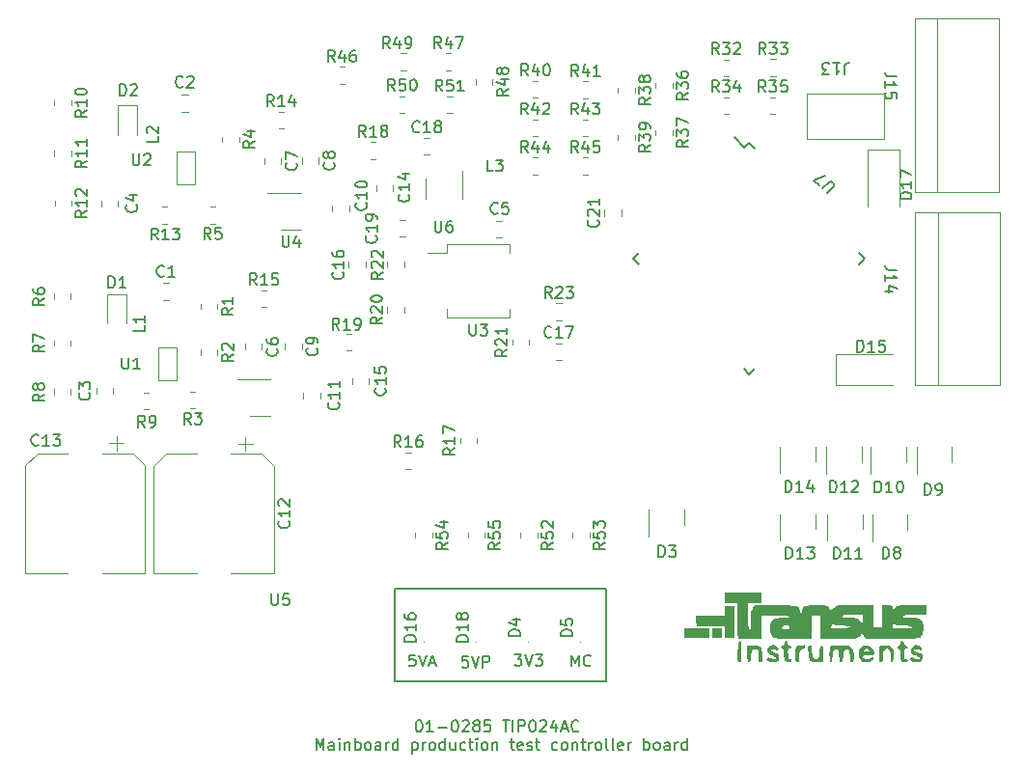
<source format=gbr>
%TF.GenerationSoftware,KiCad,Pcbnew,(6.0.10)*%
%TF.CreationDate,2023-01-06T10:16:34+00:00*%
%TF.ProjectId,test_board_boost,74657374-5f62-46f6-9172-645f626f6f73,rev?*%
%TF.SameCoordinates,Original*%
%TF.FileFunction,Legend,Top*%
%TF.FilePolarity,Positive*%
%FSLAX46Y46*%
G04 Gerber Fmt 4.6, Leading zero omitted, Abs format (unit mm)*
G04 Created by KiCad (PCBNEW (6.0.10)) date 2023-01-06 10:16:34*
%MOMM*%
%LPD*%
G01*
G04 APERTURE LIST*
%ADD10C,0.150000*%
%ADD11C,0.120000*%
%ADD12C,0.100000*%
G04 APERTURE END LIST*
D10*
X121325000Y-113270000D02*
X139875000Y-113270000D01*
X139875000Y-113270000D02*
X139875000Y-121420000D01*
X139875000Y-121420000D02*
X121325000Y-121420000D01*
X121325000Y-121420000D02*
X121325000Y-113270000D01*
X131853571Y-119062380D02*
X132472619Y-119062380D01*
X132139286Y-119443333D01*
X132282143Y-119443333D01*
X132377381Y-119490952D01*
X132425000Y-119538571D01*
X132472619Y-119633809D01*
X132472619Y-119871904D01*
X132425000Y-119967142D01*
X132377381Y-120014761D01*
X132282143Y-120062380D01*
X131996428Y-120062380D01*
X131901190Y-120014761D01*
X131853571Y-119967142D01*
X132758333Y-119062380D02*
X133091667Y-120062380D01*
X133425000Y-119062380D01*
X133663095Y-119062380D02*
X134282143Y-119062380D01*
X133948809Y-119443333D01*
X134091667Y-119443333D01*
X134186905Y-119490952D01*
X134234524Y-119538571D01*
X134282143Y-119633809D01*
X134282143Y-119871904D01*
X134234524Y-119967142D01*
X134186905Y-120014761D01*
X134091667Y-120062380D01*
X133805952Y-120062380D01*
X133710714Y-120014761D01*
X133663095Y-119967142D01*
X123424285Y-124837380D02*
X123519523Y-124837380D01*
X123614761Y-124885000D01*
X123662380Y-124932619D01*
X123710000Y-125027857D01*
X123757619Y-125218333D01*
X123757619Y-125456428D01*
X123710000Y-125646904D01*
X123662380Y-125742142D01*
X123614761Y-125789761D01*
X123519523Y-125837380D01*
X123424285Y-125837380D01*
X123329047Y-125789761D01*
X123281428Y-125742142D01*
X123233809Y-125646904D01*
X123186190Y-125456428D01*
X123186190Y-125218333D01*
X123233809Y-125027857D01*
X123281428Y-124932619D01*
X123329047Y-124885000D01*
X123424285Y-124837380D01*
X124710000Y-125837380D02*
X124138571Y-125837380D01*
X124424285Y-125837380D02*
X124424285Y-124837380D01*
X124329047Y-124980238D01*
X124233809Y-125075476D01*
X124138571Y-125123095D01*
X125138571Y-125456428D02*
X125900476Y-125456428D01*
X126567142Y-124837380D02*
X126662380Y-124837380D01*
X126757619Y-124885000D01*
X126805238Y-124932619D01*
X126852857Y-125027857D01*
X126900476Y-125218333D01*
X126900476Y-125456428D01*
X126852857Y-125646904D01*
X126805238Y-125742142D01*
X126757619Y-125789761D01*
X126662380Y-125837380D01*
X126567142Y-125837380D01*
X126471904Y-125789761D01*
X126424285Y-125742142D01*
X126376666Y-125646904D01*
X126329047Y-125456428D01*
X126329047Y-125218333D01*
X126376666Y-125027857D01*
X126424285Y-124932619D01*
X126471904Y-124885000D01*
X126567142Y-124837380D01*
X127281428Y-124932619D02*
X127329047Y-124885000D01*
X127424285Y-124837380D01*
X127662380Y-124837380D01*
X127757619Y-124885000D01*
X127805238Y-124932619D01*
X127852857Y-125027857D01*
X127852857Y-125123095D01*
X127805238Y-125265952D01*
X127233809Y-125837380D01*
X127852857Y-125837380D01*
X128424285Y-125265952D02*
X128329047Y-125218333D01*
X128281428Y-125170714D01*
X128233809Y-125075476D01*
X128233809Y-125027857D01*
X128281428Y-124932619D01*
X128329047Y-124885000D01*
X128424285Y-124837380D01*
X128614761Y-124837380D01*
X128710000Y-124885000D01*
X128757619Y-124932619D01*
X128805238Y-125027857D01*
X128805238Y-125075476D01*
X128757619Y-125170714D01*
X128710000Y-125218333D01*
X128614761Y-125265952D01*
X128424285Y-125265952D01*
X128329047Y-125313571D01*
X128281428Y-125361190D01*
X128233809Y-125456428D01*
X128233809Y-125646904D01*
X128281428Y-125742142D01*
X128329047Y-125789761D01*
X128424285Y-125837380D01*
X128614761Y-125837380D01*
X128710000Y-125789761D01*
X128757619Y-125742142D01*
X128805238Y-125646904D01*
X128805238Y-125456428D01*
X128757619Y-125361190D01*
X128710000Y-125313571D01*
X128614761Y-125265952D01*
X129710000Y-124837380D02*
X129233809Y-124837380D01*
X129186190Y-125313571D01*
X129233809Y-125265952D01*
X129329047Y-125218333D01*
X129567142Y-125218333D01*
X129662380Y-125265952D01*
X129710000Y-125313571D01*
X129757619Y-125408809D01*
X129757619Y-125646904D01*
X129710000Y-125742142D01*
X129662380Y-125789761D01*
X129567142Y-125837380D01*
X129329047Y-125837380D01*
X129233809Y-125789761D01*
X129186190Y-125742142D01*
X130805238Y-124837380D02*
X131376666Y-124837380D01*
X131090952Y-125837380D02*
X131090952Y-124837380D01*
X131710000Y-125837380D02*
X131710000Y-124837380D01*
X132186190Y-125837380D02*
X132186190Y-124837380D01*
X132567142Y-124837380D01*
X132662380Y-124885000D01*
X132710000Y-124932619D01*
X132757619Y-125027857D01*
X132757619Y-125170714D01*
X132710000Y-125265952D01*
X132662380Y-125313571D01*
X132567142Y-125361190D01*
X132186190Y-125361190D01*
X133376666Y-124837380D02*
X133471904Y-124837380D01*
X133567142Y-124885000D01*
X133614761Y-124932619D01*
X133662380Y-125027857D01*
X133710000Y-125218333D01*
X133710000Y-125456428D01*
X133662380Y-125646904D01*
X133614761Y-125742142D01*
X133567142Y-125789761D01*
X133471904Y-125837380D01*
X133376666Y-125837380D01*
X133281428Y-125789761D01*
X133233809Y-125742142D01*
X133186190Y-125646904D01*
X133138571Y-125456428D01*
X133138571Y-125218333D01*
X133186190Y-125027857D01*
X133233809Y-124932619D01*
X133281428Y-124885000D01*
X133376666Y-124837380D01*
X134090952Y-124932619D02*
X134138571Y-124885000D01*
X134233809Y-124837380D01*
X134471904Y-124837380D01*
X134567142Y-124885000D01*
X134614761Y-124932619D01*
X134662380Y-125027857D01*
X134662380Y-125123095D01*
X134614761Y-125265952D01*
X134043333Y-125837380D01*
X134662380Y-125837380D01*
X135519523Y-125170714D02*
X135519523Y-125837380D01*
X135281428Y-124789761D02*
X135043333Y-125504047D01*
X135662380Y-125504047D01*
X135995714Y-125551666D02*
X136471904Y-125551666D01*
X135900476Y-125837380D02*
X136233809Y-124837380D01*
X136567142Y-125837380D01*
X137471904Y-125742142D02*
X137424285Y-125789761D01*
X137281428Y-125837380D01*
X137186190Y-125837380D01*
X137043333Y-125789761D01*
X136948095Y-125694523D01*
X136900476Y-125599285D01*
X136852857Y-125408809D01*
X136852857Y-125265952D01*
X136900476Y-125075476D01*
X136948095Y-124980238D01*
X137043333Y-124885000D01*
X137186190Y-124837380D01*
X137281428Y-124837380D01*
X137424285Y-124885000D01*
X137471904Y-124932619D01*
X114448095Y-127447380D02*
X114448095Y-126447380D01*
X114781428Y-127161666D01*
X115114761Y-126447380D01*
X115114761Y-127447380D01*
X116019523Y-127447380D02*
X116019523Y-126923571D01*
X115971904Y-126828333D01*
X115876666Y-126780714D01*
X115686190Y-126780714D01*
X115590952Y-126828333D01*
X116019523Y-127399761D02*
X115924285Y-127447380D01*
X115686190Y-127447380D01*
X115590952Y-127399761D01*
X115543333Y-127304523D01*
X115543333Y-127209285D01*
X115590952Y-127114047D01*
X115686190Y-127066428D01*
X115924285Y-127066428D01*
X116019523Y-127018809D01*
X116495714Y-127447380D02*
X116495714Y-126780714D01*
X116495714Y-126447380D02*
X116448095Y-126495000D01*
X116495714Y-126542619D01*
X116543333Y-126495000D01*
X116495714Y-126447380D01*
X116495714Y-126542619D01*
X116971904Y-126780714D02*
X116971904Y-127447380D01*
X116971904Y-126875952D02*
X117019523Y-126828333D01*
X117114761Y-126780714D01*
X117257619Y-126780714D01*
X117352857Y-126828333D01*
X117400476Y-126923571D01*
X117400476Y-127447380D01*
X117876666Y-127447380D02*
X117876666Y-126447380D01*
X117876666Y-126828333D02*
X117971904Y-126780714D01*
X118162380Y-126780714D01*
X118257619Y-126828333D01*
X118305238Y-126875952D01*
X118352857Y-126971190D01*
X118352857Y-127256904D01*
X118305238Y-127352142D01*
X118257619Y-127399761D01*
X118162380Y-127447380D01*
X117971904Y-127447380D01*
X117876666Y-127399761D01*
X118924285Y-127447380D02*
X118829047Y-127399761D01*
X118781428Y-127352142D01*
X118733809Y-127256904D01*
X118733809Y-126971190D01*
X118781428Y-126875952D01*
X118829047Y-126828333D01*
X118924285Y-126780714D01*
X119067142Y-126780714D01*
X119162380Y-126828333D01*
X119210000Y-126875952D01*
X119257619Y-126971190D01*
X119257619Y-127256904D01*
X119210000Y-127352142D01*
X119162380Y-127399761D01*
X119067142Y-127447380D01*
X118924285Y-127447380D01*
X120114761Y-127447380D02*
X120114761Y-126923571D01*
X120067142Y-126828333D01*
X119971904Y-126780714D01*
X119781428Y-126780714D01*
X119686190Y-126828333D01*
X120114761Y-127399761D02*
X120019523Y-127447380D01*
X119781428Y-127447380D01*
X119686190Y-127399761D01*
X119638571Y-127304523D01*
X119638571Y-127209285D01*
X119686190Y-127114047D01*
X119781428Y-127066428D01*
X120019523Y-127066428D01*
X120114761Y-127018809D01*
X120590952Y-127447380D02*
X120590952Y-126780714D01*
X120590952Y-126971190D02*
X120638571Y-126875952D01*
X120686190Y-126828333D01*
X120781428Y-126780714D01*
X120876666Y-126780714D01*
X121638571Y-127447380D02*
X121638571Y-126447380D01*
X121638571Y-127399761D02*
X121543333Y-127447380D01*
X121352857Y-127447380D01*
X121257619Y-127399761D01*
X121210000Y-127352142D01*
X121162380Y-127256904D01*
X121162380Y-126971190D01*
X121210000Y-126875952D01*
X121257619Y-126828333D01*
X121352857Y-126780714D01*
X121543333Y-126780714D01*
X121638571Y-126828333D01*
X122876666Y-126780714D02*
X122876666Y-127780714D01*
X122876666Y-126828333D02*
X122971904Y-126780714D01*
X123162380Y-126780714D01*
X123257619Y-126828333D01*
X123305238Y-126875952D01*
X123352857Y-126971190D01*
X123352857Y-127256904D01*
X123305238Y-127352142D01*
X123257619Y-127399761D01*
X123162380Y-127447380D01*
X122971904Y-127447380D01*
X122876666Y-127399761D01*
X123781428Y-127447380D02*
X123781428Y-126780714D01*
X123781428Y-126971190D02*
X123829047Y-126875952D01*
X123876666Y-126828333D01*
X123971904Y-126780714D01*
X124067142Y-126780714D01*
X124543333Y-127447380D02*
X124448095Y-127399761D01*
X124400476Y-127352142D01*
X124352857Y-127256904D01*
X124352857Y-126971190D01*
X124400476Y-126875952D01*
X124448095Y-126828333D01*
X124543333Y-126780714D01*
X124686190Y-126780714D01*
X124781428Y-126828333D01*
X124829047Y-126875952D01*
X124876666Y-126971190D01*
X124876666Y-127256904D01*
X124829047Y-127352142D01*
X124781428Y-127399761D01*
X124686190Y-127447380D01*
X124543333Y-127447380D01*
X125733809Y-127447380D02*
X125733809Y-126447380D01*
X125733809Y-127399761D02*
X125638571Y-127447380D01*
X125448095Y-127447380D01*
X125352857Y-127399761D01*
X125305238Y-127352142D01*
X125257619Y-127256904D01*
X125257619Y-126971190D01*
X125305238Y-126875952D01*
X125352857Y-126828333D01*
X125448095Y-126780714D01*
X125638571Y-126780714D01*
X125733809Y-126828333D01*
X126638571Y-126780714D02*
X126638571Y-127447380D01*
X126210000Y-126780714D02*
X126210000Y-127304523D01*
X126257619Y-127399761D01*
X126352857Y-127447380D01*
X126495714Y-127447380D01*
X126590952Y-127399761D01*
X126638571Y-127352142D01*
X127543333Y-127399761D02*
X127448095Y-127447380D01*
X127257619Y-127447380D01*
X127162380Y-127399761D01*
X127114761Y-127352142D01*
X127067142Y-127256904D01*
X127067142Y-126971190D01*
X127114761Y-126875952D01*
X127162380Y-126828333D01*
X127257619Y-126780714D01*
X127448095Y-126780714D01*
X127543333Y-126828333D01*
X127829047Y-126780714D02*
X128210000Y-126780714D01*
X127971904Y-126447380D02*
X127971904Y-127304523D01*
X128019523Y-127399761D01*
X128114761Y-127447380D01*
X128210000Y-127447380D01*
X128543333Y-127447380D02*
X128543333Y-126780714D01*
X128543333Y-126447380D02*
X128495714Y-126495000D01*
X128543333Y-126542619D01*
X128590952Y-126495000D01*
X128543333Y-126447380D01*
X128543333Y-126542619D01*
X129162380Y-127447380D02*
X129067142Y-127399761D01*
X129019523Y-127352142D01*
X128971904Y-127256904D01*
X128971904Y-126971190D01*
X129019523Y-126875952D01*
X129067142Y-126828333D01*
X129162380Y-126780714D01*
X129305238Y-126780714D01*
X129400476Y-126828333D01*
X129448095Y-126875952D01*
X129495714Y-126971190D01*
X129495714Y-127256904D01*
X129448095Y-127352142D01*
X129400476Y-127399761D01*
X129305238Y-127447380D01*
X129162380Y-127447380D01*
X129924285Y-126780714D02*
X129924285Y-127447380D01*
X129924285Y-126875952D02*
X129971904Y-126828333D01*
X130067142Y-126780714D01*
X130210000Y-126780714D01*
X130305238Y-126828333D01*
X130352857Y-126923571D01*
X130352857Y-127447380D01*
X131448095Y-126780714D02*
X131829047Y-126780714D01*
X131590952Y-126447380D02*
X131590952Y-127304523D01*
X131638571Y-127399761D01*
X131733809Y-127447380D01*
X131829047Y-127447380D01*
X132543333Y-127399761D02*
X132448095Y-127447380D01*
X132257619Y-127447380D01*
X132162380Y-127399761D01*
X132114761Y-127304523D01*
X132114761Y-126923571D01*
X132162380Y-126828333D01*
X132257619Y-126780714D01*
X132448095Y-126780714D01*
X132543333Y-126828333D01*
X132590952Y-126923571D01*
X132590952Y-127018809D01*
X132114761Y-127114047D01*
X132971904Y-127399761D02*
X133067142Y-127447380D01*
X133257619Y-127447380D01*
X133352857Y-127399761D01*
X133400476Y-127304523D01*
X133400476Y-127256904D01*
X133352857Y-127161666D01*
X133257619Y-127114047D01*
X133114761Y-127114047D01*
X133019523Y-127066428D01*
X132971904Y-126971190D01*
X132971904Y-126923571D01*
X133019523Y-126828333D01*
X133114761Y-126780714D01*
X133257619Y-126780714D01*
X133352857Y-126828333D01*
X133686190Y-126780714D02*
X134067142Y-126780714D01*
X133829047Y-126447380D02*
X133829047Y-127304523D01*
X133876666Y-127399761D01*
X133971904Y-127447380D01*
X134067142Y-127447380D01*
X135590952Y-127399761D02*
X135495714Y-127447380D01*
X135305238Y-127447380D01*
X135210000Y-127399761D01*
X135162380Y-127352142D01*
X135114761Y-127256904D01*
X135114761Y-126971190D01*
X135162380Y-126875952D01*
X135210000Y-126828333D01*
X135305238Y-126780714D01*
X135495714Y-126780714D01*
X135590952Y-126828333D01*
X136162380Y-127447380D02*
X136067142Y-127399761D01*
X136019523Y-127352142D01*
X135971904Y-127256904D01*
X135971904Y-126971190D01*
X136019523Y-126875952D01*
X136067142Y-126828333D01*
X136162380Y-126780714D01*
X136305238Y-126780714D01*
X136400476Y-126828333D01*
X136448095Y-126875952D01*
X136495714Y-126971190D01*
X136495714Y-127256904D01*
X136448095Y-127352142D01*
X136400476Y-127399761D01*
X136305238Y-127447380D01*
X136162380Y-127447380D01*
X136924285Y-126780714D02*
X136924285Y-127447380D01*
X136924285Y-126875952D02*
X136971904Y-126828333D01*
X137067142Y-126780714D01*
X137210000Y-126780714D01*
X137305238Y-126828333D01*
X137352857Y-126923571D01*
X137352857Y-127447380D01*
X137686190Y-126780714D02*
X138067142Y-126780714D01*
X137829047Y-126447380D02*
X137829047Y-127304523D01*
X137876666Y-127399761D01*
X137971904Y-127447380D01*
X138067142Y-127447380D01*
X138400476Y-127447380D02*
X138400476Y-126780714D01*
X138400476Y-126971190D02*
X138448095Y-126875952D01*
X138495714Y-126828333D01*
X138590952Y-126780714D01*
X138686190Y-126780714D01*
X139162380Y-127447380D02*
X139067142Y-127399761D01*
X139019523Y-127352142D01*
X138971904Y-127256904D01*
X138971904Y-126971190D01*
X139019523Y-126875952D01*
X139067142Y-126828333D01*
X139162380Y-126780714D01*
X139305238Y-126780714D01*
X139400476Y-126828333D01*
X139448095Y-126875952D01*
X139495714Y-126971190D01*
X139495714Y-127256904D01*
X139448095Y-127352142D01*
X139400476Y-127399761D01*
X139305238Y-127447380D01*
X139162380Y-127447380D01*
X140067142Y-127447380D02*
X139971904Y-127399761D01*
X139924285Y-127304523D01*
X139924285Y-126447380D01*
X140590952Y-127447380D02*
X140495714Y-127399761D01*
X140448095Y-127304523D01*
X140448095Y-126447380D01*
X141352857Y-127399761D02*
X141257619Y-127447380D01*
X141067142Y-127447380D01*
X140971904Y-127399761D01*
X140924285Y-127304523D01*
X140924285Y-126923571D01*
X140971904Y-126828333D01*
X141067142Y-126780714D01*
X141257619Y-126780714D01*
X141352857Y-126828333D01*
X141400476Y-126923571D01*
X141400476Y-127018809D01*
X140924285Y-127114047D01*
X141829047Y-127447380D02*
X141829047Y-126780714D01*
X141829047Y-126971190D02*
X141876666Y-126875952D01*
X141924285Y-126828333D01*
X142019523Y-126780714D01*
X142114761Y-126780714D01*
X143210000Y-127447380D02*
X143210000Y-126447380D01*
X143210000Y-126828333D02*
X143305238Y-126780714D01*
X143495714Y-126780714D01*
X143590952Y-126828333D01*
X143638571Y-126875952D01*
X143686190Y-126971190D01*
X143686190Y-127256904D01*
X143638571Y-127352142D01*
X143590952Y-127399761D01*
X143495714Y-127447380D01*
X143305238Y-127447380D01*
X143210000Y-127399761D01*
X144257619Y-127447380D02*
X144162380Y-127399761D01*
X144114761Y-127352142D01*
X144067142Y-127256904D01*
X144067142Y-126971190D01*
X144114761Y-126875952D01*
X144162380Y-126828333D01*
X144257619Y-126780714D01*
X144400476Y-126780714D01*
X144495714Y-126828333D01*
X144543333Y-126875952D01*
X144590952Y-126971190D01*
X144590952Y-127256904D01*
X144543333Y-127352142D01*
X144495714Y-127399761D01*
X144400476Y-127447380D01*
X144257619Y-127447380D01*
X145448095Y-127447380D02*
X145448095Y-126923571D01*
X145400476Y-126828333D01*
X145305238Y-126780714D01*
X145114761Y-126780714D01*
X145019523Y-126828333D01*
X145448095Y-127399761D02*
X145352857Y-127447380D01*
X145114761Y-127447380D01*
X145019523Y-127399761D01*
X144971904Y-127304523D01*
X144971904Y-127209285D01*
X145019523Y-127114047D01*
X145114761Y-127066428D01*
X145352857Y-127066428D01*
X145448095Y-127018809D01*
X145924285Y-127447380D02*
X145924285Y-126780714D01*
X145924285Y-126971190D02*
X145971904Y-126875952D01*
X146019523Y-126828333D01*
X146114761Y-126780714D01*
X146210000Y-126780714D01*
X146971904Y-127447380D02*
X146971904Y-126447380D01*
X146971904Y-127399761D02*
X146876666Y-127447380D01*
X146686190Y-127447380D01*
X146590952Y-127399761D01*
X146543333Y-127352142D01*
X146495714Y-127256904D01*
X146495714Y-126971190D01*
X146543333Y-126875952D01*
X146590952Y-126828333D01*
X146686190Y-126780714D01*
X146876666Y-126780714D01*
X146971904Y-126828333D01*
X136808333Y-120112380D02*
X136808333Y-119112380D01*
X137141667Y-119826666D01*
X137475000Y-119112380D01*
X137475000Y-120112380D01*
X138522619Y-120017142D02*
X138475000Y-120064761D01*
X138332143Y-120112380D01*
X138236905Y-120112380D01*
X138094047Y-120064761D01*
X137998809Y-119969523D01*
X137951190Y-119874285D01*
X137903571Y-119683809D01*
X137903571Y-119540952D01*
X137951190Y-119350476D01*
X137998809Y-119255238D01*
X138094047Y-119160000D01*
X138236905Y-119112380D01*
X138332143Y-119112380D01*
X138475000Y-119160000D01*
X138522619Y-119207619D01*
X127751190Y-119212380D02*
X127275000Y-119212380D01*
X127227381Y-119688571D01*
X127275000Y-119640952D01*
X127370238Y-119593333D01*
X127608333Y-119593333D01*
X127703571Y-119640952D01*
X127751190Y-119688571D01*
X127798809Y-119783809D01*
X127798809Y-120021904D01*
X127751190Y-120117142D01*
X127703571Y-120164761D01*
X127608333Y-120212380D01*
X127370238Y-120212380D01*
X127275000Y-120164761D01*
X127227381Y-120117142D01*
X128084524Y-119212380D02*
X128417857Y-120212380D01*
X128751190Y-119212380D01*
X129084524Y-120212380D02*
X129084524Y-119212380D01*
X129465476Y-119212380D01*
X129560714Y-119260000D01*
X129608333Y-119307619D01*
X129655952Y-119402857D01*
X129655952Y-119545714D01*
X129608333Y-119640952D01*
X129560714Y-119688571D01*
X129465476Y-119736190D01*
X129084524Y-119736190D01*
X123122619Y-119112380D02*
X122646428Y-119112380D01*
X122598809Y-119588571D01*
X122646428Y-119540952D01*
X122741667Y-119493333D01*
X122979762Y-119493333D01*
X123075000Y-119540952D01*
X123122619Y-119588571D01*
X123170238Y-119683809D01*
X123170238Y-119921904D01*
X123122619Y-120017142D01*
X123075000Y-120064761D01*
X122979762Y-120112380D01*
X122741667Y-120112380D01*
X122646428Y-120064761D01*
X122598809Y-120017142D01*
X123455952Y-119112380D02*
X123789286Y-120112380D01*
X124122619Y-119112380D01*
X124408333Y-119826666D02*
X124884524Y-119826666D01*
X124313095Y-120112380D02*
X124646428Y-119112380D01*
X124979762Y-120112380D01*
%TO.C,J14*%
X165392619Y-85330476D02*
X164678333Y-85330476D01*
X164535476Y-85282857D01*
X164440238Y-85187619D01*
X164392619Y-85044761D01*
X164392619Y-84949523D01*
X164392619Y-86330476D02*
X164392619Y-85759047D01*
X164392619Y-86044761D02*
X165392619Y-86044761D01*
X165249761Y-85949523D01*
X165154523Y-85854285D01*
X165106904Y-85759047D01*
X165059285Y-87187619D02*
X164392619Y-87187619D01*
X165440238Y-86949523D02*
X164725952Y-86711428D01*
X164725952Y-87330476D01*
%TO.C,R34*%
X149762142Y-69712380D02*
X149428809Y-69236190D01*
X149190714Y-69712380D02*
X149190714Y-68712380D01*
X149571666Y-68712380D01*
X149666904Y-68760000D01*
X149714523Y-68807619D01*
X149762142Y-68902857D01*
X149762142Y-69045714D01*
X149714523Y-69140952D01*
X149666904Y-69188571D01*
X149571666Y-69236190D01*
X149190714Y-69236190D01*
X150095476Y-68712380D02*
X150714523Y-68712380D01*
X150381190Y-69093333D01*
X150524047Y-69093333D01*
X150619285Y-69140952D01*
X150666904Y-69188571D01*
X150714523Y-69283809D01*
X150714523Y-69521904D01*
X150666904Y-69617142D01*
X150619285Y-69664761D01*
X150524047Y-69712380D01*
X150238333Y-69712380D01*
X150143095Y-69664761D01*
X150095476Y-69617142D01*
X151571666Y-69045714D02*
X151571666Y-69712380D01*
X151333571Y-68664761D02*
X151095476Y-69379047D01*
X151714523Y-69379047D01*
%TO.C,R22*%
X120297380Y-85532857D02*
X119821190Y-85866190D01*
X120297380Y-86104285D02*
X119297380Y-86104285D01*
X119297380Y-85723333D01*
X119345000Y-85628095D01*
X119392619Y-85580476D01*
X119487857Y-85532857D01*
X119630714Y-85532857D01*
X119725952Y-85580476D01*
X119773571Y-85628095D01*
X119821190Y-85723333D01*
X119821190Y-86104285D01*
X119392619Y-85151904D02*
X119345000Y-85104285D01*
X119297380Y-85009047D01*
X119297380Y-84770952D01*
X119345000Y-84675714D01*
X119392619Y-84628095D01*
X119487857Y-84580476D01*
X119583095Y-84580476D01*
X119725952Y-84628095D01*
X120297380Y-85199523D01*
X120297380Y-84580476D01*
X119392619Y-84199523D02*
X119345000Y-84151904D01*
X119297380Y-84056666D01*
X119297380Y-83818571D01*
X119345000Y-83723333D01*
X119392619Y-83675714D01*
X119487857Y-83628095D01*
X119583095Y-83628095D01*
X119725952Y-83675714D01*
X120297380Y-84247142D01*
X120297380Y-83628095D01*
%TO.C,R39*%
X143767380Y-74352857D02*
X143291190Y-74686190D01*
X143767380Y-74924285D02*
X142767380Y-74924285D01*
X142767380Y-74543333D01*
X142815000Y-74448095D01*
X142862619Y-74400476D01*
X142957857Y-74352857D01*
X143100714Y-74352857D01*
X143195952Y-74400476D01*
X143243571Y-74448095D01*
X143291190Y-74543333D01*
X143291190Y-74924285D01*
X142767380Y-74019523D02*
X142767380Y-73400476D01*
X143148333Y-73733809D01*
X143148333Y-73590952D01*
X143195952Y-73495714D01*
X143243571Y-73448095D01*
X143338809Y-73400476D01*
X143576904Y-73400476D01*
X143672142Y-73448095D01*
X143719761Y-73495714D01*
X143767380Y-73590952D01*
X143767380Y-73876666D01*
X143719761Y-73971904D01*
X143672142Y-74019523D01*
X143767380Y-72924285D02*
X143767380Y-72733809D01*
X143719761Y-72638571D01*
X143672142Y-72590952D01*
X143529285Y-72495714D01*
X143338809Y-72448095D01*
X142957857Y-72448095D01*
X142862619Y-72495714D01*
X142815000Y-72543333D01*
X142767380Y-72638571D01*
X142767380Y-72829047D01*
X142815000Y-72924285D01*
X142862619Y-72971904D01*
X142957857Y-73019523D01*
X143195952Y-73019523D01*
X143291190Y-72971904D01*
X143338809Y-72924285D01*
X143386428Y-72829047D01*
X143386428Y-72638571D01*
X143338809Y-72543333D01*
X143291190Y-72495714D01*
X143195952Y-72448095D01*
%TO.C,C2*%
X102758333Y-69227142D02*
X102710714Y-69274761D01*
X102567857Y-69322380D01*
X102472619Y-69322380D01*
X102329761Y-69274761D01*
X102234523Y-69179523D01*
X102186904Y-69084285D01*
X102139285Y-68893809D01*
X102139285Y-68750952D01*
X102186904Y-68560476D01*
X102234523Y-68465238D01*
X102329761Y-68370000D01*
X102472619Y-68322380D01*
X102567857Y-68322380D01*
X102710714Y-68370000D01*
X102758333Y-68417619D01*
X103139285Y-68417619D02*
X103186904Y-68370000D01*
X103282142Y-68322380D01*
X103520238Y-68322380D01*
X103615476Y-68370000D01*
X103663095Y-68417619D01*
X103710714Y-68512857D01*
X103710714Y-68608095D01*
X103663095Y-68750952D01*
X103091666Y-69322380D01*
X103710714Y-69322380D01*
%TO.C,R9*%
X99428333Y-99124880D02*
X99095000Y-98648690D01*
X98856904Y-99124880D02*
X98856904Y-98124880D01*
X99237857Y-98124880D01*
X99333095Y-98172500D01*
X99380714Y-98220119D01*
X99428333Y-98315357D01*
X99428333Y-98458214D01*
X99380714Y-98553452D01*
X99333095Y-98601071D01*
X99237857Y-98648690D01*
X98856904Y-98648690D01*
X99904523Y-99124880D02*
X100095000Y-99124880D01*
X100190238Y-99077261D01*
X100237857Y-99029642D01*
X100333095Y-98886785D01*
X100380714Y-98696309D01*
X100380714Y-98315357D01*
X100333095Y-98220119D01*
X100285476Y-98172500D01*
X100190238Y-98124880D01*
X99999761Y-98124880D01*
X99904523Y-98172500D01*
X99856904Y-98220119D01*
X99809285Y-98315357D01*
X99809285Y-98553452D01*
X99856904Y-98648690D01*
X99904523Y-98696309D01*
X99999761Y-98743928D01*
X100190238Y-98743928D01*
X100285476Y-98696309D01*
X100333095Y-98648690D01*
X100380714Y-98553452D01*
%TO.C,D10*%
X163460714Y-104872380D02*
X163460714Y-103872380D01*
X163698809Y-103872380D01*
X163841666Y-103920000D01*
X163936904Y-104015238D01*
X163984523Y-104110476D01*
X164032142Y-104300952D01*
X164032142Y-104443809D01*
X163984523Y-104634285D01*
X163936904Y-104729523D01*
X163841666Y-104824761D01*
X163698809Y-104872380D01*
X163460714Y-104872380D01*
X164984523Y-104872380D02*
X164413095Y-104872380D01*
X164698809Y-104872380D02*
X164698809Y-103872380D01*
X164603571Y-104015238D01*
X164508333Y-104110476D01*
X164413095Y-104158095D01*
X165603571Y-103872380D02*
X165698809Y-103872380D01*
X165794047Y-103920000D01*
X165841666Y-103967619D01*
X165889285Y-104062857D01*
X165936904Y-104253333D01*
X165936904Y-104491428D01*
X165889285Y-104681904D01*
X165841666Y-104777142D01*
X165794047Y-104824761D01*
X165698809Y-104872380D01*
X165603571Y-104872380D01*
X165508333Y-104824761D01*
X165460714Y-104777142D01*
X165413095Y-104681904D01*
X165365476Y-104491428D01*
X165365476Y-104253333D01*
X165413095Y-104062857D01*
X165460714Y-103967619D01*
X165508333Y-103920000D01*
X165603571Y-103872380D01*
%TO.C,R11*%
X94317380Y-75752857D02*
X93841190Y-76086190D01*
X94317380Y-76324285D02*
X93317380Y-76324285D01*
X93317380Y-75943333D01*
X93365000Y-75848095D01*
X93412619Y-75800476D01*
X93507857Y-75752857D01*
X93650714Y-75752857D01*
X93745952Y-75800476D01*
X93793571Y-75848095D01*
X93841190Y-75943333D01*
X93841190Y-76324285D01*
X94317380Y-74800476D02*
X94317380Y-75371904D01*
X94317380Y-75086190D02*
X93317380Y-75086190D01*
X93460238Y-75181428D01*
X93555476Y-75276666D01*
X93603095Y-75371904D01*
X94317380Y-73848095D02*
X94317380Y-74419523D01*
X94317380Y-74133809D02*
X93317380Y-74133809D01*
X93460238Y-74229047D01*
X93555476Y-74324285D01*
X93603095Y-74419523D01*
%TO.C,R21*%
X131187380Y-92322857D02*
X130711190Y-92656190D01*
X131187380Y-92894285D02*
X130187380Y-92894285D01*
X130187380Y-92513333D01*
X130235000Y-92418095D01*
X130282619Y-92370476D01*
X130377857Y-92322857D01*
X130520714Y-92322857D01*
X130615952Y-92370476D01*
X130663571Y-92418095D01*
X130711190Y-92513333D01*
X130711190Y-92894285D01*
X130282619Y-91941904D02*
X130235000Y-91894285D01*
X130187380Y-91799047D01*
X130187380Y-91560952D01*
X130235000Y-91465714D01*
X130282619Y-91418095D01*
X130377857Y-91370476D01*
X130473095Y-91370476D01*
X130615952Y-91418095D01*
X131187380Y-91989523D01*
X131187380Y-91370476D01*
X131187380Y-90418095D02*
X131187380Y-90989523D01*
X131187380Y-90703809D02*
X130187380Y-90703809D01*
X130330238Y-90799047D01*
X130425476Y-90894285D01*
X130473095Y-90989523D01*
%TO.C,R44*%
X133022142Y-75032380D02*
X132688809Y-74556190D01*
X132450714Y-75032380D02*
X132450714Y-74032380D01*
X132831666Y-74032380D01*
X132926904Y-74080000D01*
X132974523Y-74127619D01*
X133022142Y-74222857D01*
X133022142Y-74365714D01*
X132974523Y-74460952D01*
X132926904Y-74508571D01*
X132831666Y-74556190D01*
X132450714Y-74556190D01*
X133879285Y-74365714D02*
X133879285Y-75032380D01*
X133641190Y-73984761D02*
X133403095Y-74699047D01*
X134022142Y-74699047D01*
X134831666Y-74365714D02*
X134831666Y-75032380D01*
X134593571Y-73984761D02*
X134355476Y-74699047D01*
X134974523Y-74699047D01*
%TO.C,R40*%
X133042142Y-68282380D02*
X132708809Y-67806190D01*
X132470714Y-68282380D02*
X132470714Y-67282380D01*
X132851666Y-67282380D01*
X132946904Y-67330000D01*
X132994523Y-67377619D01*
X133042142Y-67472857D01*
X133042142Y-67615714D01*
X132994523Y-67710952D01*
X132946904Y-67758571D01*
X132851666Y-67806190D01*
X132470714Y-67806190D01*
X133899285Y-67615714D02*
X133899285Y-68282380D01*
X133661190Y-67234761D02*
X133423095Y-67949047D01*
X134042142Y-67949047D01*
X134613571Y-67282380D02*
X134708809Y-67282380D01*
X134804047Y-67330000D01*
X134851666Y-67377619D01*
X134899285Y-67472857D01*
X134946904Y-67663333D01*
X134946904Y-67901428D01*
X134899285Y-68091904D01*
X134851666Y-68187142D01*
X134804047Y-68234761D01*
X134708809Y-68282380D01*
X134613571Y-68282380D01*
X134518333Y-68234761D01*
X134470714Y-68187142D01*
X134423095Y-68091904D01*
X134375476Y-67901428D01*
X134375476Y-67663333D01*
X134423095Y-67472857D01*
X134470714Y-67377619D01*
X134518333Y-67330000D01*
X134613571Y-67282380D01*
%TO.C,R7*%
X90597380Y-91924166D02*
X90121190Y-92257500D01*
X90597380Y-92495595D02*
X89597380Y-92495595D01*
X89597380Y-92114642D01*
X89645000Y-92019404D01*
X89692619Y-91971785D01*
X89787857Y-91924166D01*
X89930714Y-91924166D01*
X90025952Y-91971785D01*
X90073571Y-92019404D01*
X90121190Y-92114642D01*
X90121190Y-92495595D01*
X89597380Y-91590833D02*
X89597380Y-90924166D01*
X90597380Y-91352738D01*
%TO.C,D4*%
X132340713Y-117448095D02*
X131340713Y-117448095D01*
X131340713Y-117210000D01*
X131388333Y-117067142D01*
X131483571Y-116971904D01*
X131578809Y-116924285D01*
X131769285Y-116876666D01*
X131912142Y-116876666D01*
X132102618Y-116924285D01*
X132197856Y-116971904D01*
X132293094Y-117067142D01*
X132340713Y-117210000D01*
X132340713Y-117448095D01*
X131674047Y-116019523D02*
X132340713Y-116019523D01*
X131293094Y-116257619D02*
X132007380Y-116495714D01*
X132007380Y-115876666D01*
%TO.C,D13*%
X155660714Y-110672380D02*
X155660714Y-109672380D01*
X155898809Y-109672380D01*
X156041666Y-109720000D01*
X156136904Y-109815238D01*
X156184523Y-109910476D01*
X156232142Y-110100952D01*
X156232142Y-110243809D01*
X156184523Y-110434285D01*
X156136904Y-110529523D01*
X156041666Y-110624761D01*
X155898809Y-110672380D01*
X155660714Y-110672380D01*
X157184523Y-110672380D02*
X156613095Y-110672380D01*
X156898809Y-110672380D02*
X156898809Y-109672380D01*
X156803571Y-109815238D01*
X156708333Y-109910476D01*
X156613095Y-109958095D01*
X157517857Y-109672380D02*
X158136904Y-109672380D01*
X157803571Y-110053333D01*
X157946428Y-110053333D01*
X158041666Y-110100952D01*
X158089285Y-110148571D01*
X158136904Y-110243809D01*
X158136904Y-110481904D01*
X158089285Y-110577142D01*
X158041666Y-110624761D01*
X157946428Y-110672380D01*
X157660714Y-110672380D01*
X157565476Y-110624761D01*
X157517857Y-110577142D01*
%TO.C,D11*%
X159860714Y-110672380D02*
X159860714Y-109672380D01*
X160098809Y-109672380D01*
X160241666Y-109720000D01*
X160336904Y-109815238D01*
X160384523Y-109910476D01*
X160432142Y-110100952D01*
X160432142Y-110243809D01*
X160384523Y-110434285D01*
X160336904Y-110529523D01*
X160241666Y-110624761D01*
X160098809Y-110672380D01*
X159860714Y-110672380D01*
X161384523Y-110672380D02*
X160813095Y-110672380D01*
X161098809Y-110672380D02*
X161098809Y-109672380D01*
X161003571Y-109815238D01*
X160908333Y-109910476D01*
X160813095Y-109958095D01*
X162336904Y-110672380D02*
X161765476Y-110672380D01*
X162051190Y-110672380D02*
X162051190Y-109672380D01*
X161955952Y-109815238D01*
X161860714Y-109910476D01*
X161765476Y-109958095D01*
%TO.C,R14*%
X110732142Y-70982380D02*
X110398809Y-70506190D01*
X110160714Y-70982380D02*
X110160714Y-69982380D01*
X110541666Y-69982380D01*
X110636904Y-70030000D01*
X110684523Y-70077619D01*
X110732142Y-70172857D01*
X110732142Y-70315714D01*
X110684523Y-70410952D01*
X110636904Y-70458571D01*
X110541666Y-70506190D01*
X110160714Y-70506190D01*
X111684523Y-70982380D02*
X111113095Y-70982380D01*
X111398809Y-70982380D02*
X111398809Y-69982380D01*
X111303571Y-70125238D01*
X111208333Y-70220476D01*
X111113095Y-70268095D01*
X112541666Y-70315714D02*
X112541666Y-70982380D01*
X112303571Y-69934761D02*
X112065476Y-70649047D01*
X112684523Y-70649047D01*
%TO.C,D14*%
X155610714Y-104822380D02*
X155610714Y-103822380D01*
X155848809Y-103822380D01*
X155991666Y-103870000D01*
X156086904Y-103965238D01*
X156134523Y-104060476D01*
X156182142Y-104250952D01*
X156182142Y-104393809D01*
X156134523Y-104584285D01*
X156086904Y-104679523D01*
X155991666Y-104774761D01*
X155848809Y-104822380D01*
X155610714Y-104822380D01*
X157134523Y-104822380D02*
X156563095Y-104822380D01*
X156848809Y-104822380D02*
X156848809Y-103822380D01*
X156753571Y-103965238D01*
X156658333Y-104060476D01*
X156563095Y-104108095D01*
X157991666Y-104155714D02*
X157991666Y-104822380D01*
X157753571Y-103774761D02*
X157515476Y-104489047D01*
X158134523Y-104489047D01*
%TO.C,D9*%
X167836904Y-105072380D02*
X167836904Y-104072380D01*
X168075000Y-104072380D01*
X168217857Y-104120000D01*
X168313095Y-104215238D01*
X168360714Y-104310476D01*
X168408333Y-104500952D01*
X168408333Y-104643809D01*
X168360714Y-104834285D01*
X168313095Y-104929523D01*
X168217857Y-105024761D01*
X168075000Y-105072380D01*
X167836904Y-105072380D01*
X168884523Y-105072380D02*
X169075000Y-105072380D01*
X169170238Y-105024761D01*
X169217857Y-104977142D01*
X169313095Y-104834285D01*
X169360714Y-104643809D01*
X169360714Y-104262857D01*
X169313095Y-104167619D01*
X169265476Y-104120000D01*
X169170238Y-104072380D01*
X168979761Y-104072380D01*
X168884523Y-104120000D01*
X168836904Y-104167619D01*
X168789285Y-104262857D01*
X168789285Y-104500952D01*
X168836904Y-104596190D01*
X168884523Y-104643809D01*
X168979761Y-104691428D01*
X169170238Y-104691428D01*
X169265476Y-104643809D01*
X169313095Y-104596190D01*
X169360714Y-104500952D01*
%TO.C,J15*%
X165362619Y-68370476D02*
X164648333Y-68370476D01*
X164505476Y-68322857D01*
X164410238Y-68227619D01*
X164362619Y-68084761D01*
X164362619Y-67989523D01*
X164362619Y-69370476D02*
X164362619Y-68799047D01*
X164362619Y-69084761D02*
X165362619Y-69084761D01*
X165219761Y-68989523D01*
X165124523Y-68894285D01*
X165076904Y-68799047D01*
X165362619Y-70275238D02*
X165362619Y-69799047D01*
X164886428Y-69751428D01*
X164934047Y-69799047D01*
X164981666Y-69894285D01*
X164981666Y-70132380D01*
X164934047Y-70227619D01*
X164886428Y-70275238D01*
X164791190Y-70322857D01*
X164553095Y-70322857D01*
X164457857Y-70275238D01*
X164410238Y-70227619D01*
X164362619Y-70132380D01*
X164362619Y-69894285D01*
X164410238Y-69799047D01*
X164457857Y-69751428D01*
%TO.C,U5*%
X110523095Y-113729880D02*
X110523095Y-114539404D01*
X110570714Y-114634642D01*
X110618333Y-114682261D01*
X110713571Y-114729880D01*
X110904047Y-114729880D01*
X110999285Y-114682261D01*
X111046904Y-114634642D01*
X111094523Y-114539404D01*
X111094523Y-113729880D01*
X112046904Y-113729880D02*
X111570714Y-113729880D01*
X111523095Y-114206071D01*
X111570714Y-114158452D01*
X111665952Y-114110833D01*
X111904047Y-114110833D01*
X111999285Y-114158452D01*
X112046904Y-114206071D01*
X112094523Y-114301309D01*
X112094523Y-114539404D01*
X112046904Y-114634642D01*
X111999285Y-114682261D01*
X111904047Y-114729880D01*
X111665952Y-114729880D01*
X111570714Y-114682261D01*
X111523095Y-114634642D01*
%TO.C,R36*%
X147067380Y-69812857D02*
X146591190Y-70146190D01*
X147067380Y-70384285D02*
X146067380Y-70384285D01*
X146067380Y-70003333D01*
X146115000Y-69908095D01*
X146162619Y-69860476D01*
X146257857Y-69812857D01*
X146400714Y-69812857D01*
X146495952Y-69860476D01*
X146543571Y-69908095D01*
X146591190Y-70003333D01*
X146591190Y-70384285D01*
X146067380Y-69479523D02*
X146067380Y-68860476D01*
X146448333Y-69193809D01*
X146448333Y-69050952D01*
X146495952Y-68955714D01*
X146543571Y-68908095D01*
X146638809Y-68860476D01*
X146876904Y-68860476D01*
X146972142Y-68908095D01*
X147019761Y-68955714D01*
X147067380Y-69050952D01*
X147067380Y-69336666D01*
X147019761Y-69431904D01*
X146972142Y-69479523D01*
X146067380Y-68003333D02*
X146067380Y-68193809D01*
X146115000Y-68289047D01*
X146162619Y-68336666D01*
X146305476Y-68431904D01*
X146495952Y-68479523D01*
X146876904Y-68479523D01*
X146972142Y-68431904D01*
X147019761Y-68384285D01*
X147067380Y-68289047D01*
X147067380Y-68098571D01*
X147019761Y-68003333D01*
X146972142Y-67955714D01*
X146876904Y-67908095D01*
X146638809Y-67908095D01*
X146543571Y-67955714D01*
X146495952Y-68003333D01*
X146448333Y-68098571D01*
X146448333Y-68289047D01*
X146495952Y-68384285D01*
X146543571Y-68431904D01*
X146638809Y-68479523D01*
%TO.C,R52*%
X135227380Y-109262857D02*
X134751190Y-109596190D01*
X135227380Y-109834285D02*
X134227380Y-109834285D01*
X134227380Y-109453333D01*
X134275000Y-109358095D01*
X134322619Y-109310476D01*
X134417857Y-109262857D01*
X134560714Y-109262857D01*
X134655952Y-109310476D01*
X134703571Y-109358095D01*
X134751190Y-109453333D01*
X134751190Y-109834285D01*
X134227380Y-108358095D02*
X134227380Y-108834285D01*
X134703571Y-108881904D01*
X134655952Y-108834285D01*
X134608333Y-108739047D01*
X134608333Y-108500952D01*
X134655952Y-108405714D01*
X134703571Y-108358095D01*
X134798809Y-108310476D01*
X135036904Y-108310476D01*
X135132142Y-108358095D01*
X135179761Y-108405714D01*
X135227380Y-108500952D01*
X135227380Y-108739047D01*
X135179761Y-108834285D01*
X135132142Y-108881904D01*
X134322619Y-107929523D02*
X134275000Y-107881904D01*
X134227380Y-107786666D01*
X134227380Y-107548571D01*
X134275000Y-107453333D01*
X134322619Y-107405714D01*
X134417857Y-107358095D01*
X134513095Y-107358095D01*
X134655952Y-107405714D01*
X135227380Y-107977142D01*
X135227380Y-107358095D01*
%TO.C,D8*%
X164161904Y-110652380D02*
X164161904Y-109652380D01*
X164400000Y-109652380D01*
X164542857Y-109700000D01*
X164638095Y-109795238D01*
X164685714Y-109890476D01*
X164733333Y-110080952D01*
X164733333Y-110223809D01*
X164685714Y-110414285D01*
X164638095Y-110509523D01*
X164542857Y-110604761D01*
X164400000Y-110652380D01*
X164161904Y-110652380D01*
X165304761Y-110080952D02*
X165209523Y-110033333D01*
X165161904Y-109985714D01*
X165114285Y-109890476D01*
X165114285Y-109842857D01*
X165161904Y-109747619D01*
X165209523Y-109700000D01*
X165304761Y-109652380D01*
X165495238Y-109652380D01*
X165590476Y-109700000D01*
X165638095Y-109747619D01*
X165685714Y-109842857D01*
X165685714Y-109890476D01*
X165638095Y-109985714D01*
X165590476Y-110033333D01*
X165495238Y-110080952D01*
X165304761Y-110080952D01*
X165209523Y-110128571D01*
X165161904Y-110176190D01*
X165114285Y-110271428D01*
X165114285Y-110461904D01*
X165161904Y-110557142D01*
X165209523Y-110604761D01*
X165304761Y-110652380D01*
X165495238Y-110652380D01*
X165590476Y-110604761D01*
X165638095Y-110557142D01*
X165685714Y-110461904D01*
X165685714Y-110271428D01*
X165638095Y-110176190D01*
X165590476Y-110128571D01*
X165495238Y-110080952D01*
%TO.C,C17*%
X135082142Y-91177142D02*
X135034523Y-91224761D01*
X134891666Y-91272380D01*
X134796428Y-91272380D01*
X134653571Y-91224761D01*
X134558333Y-91129523D01*
X134510714Y-91034285D01*
X134463095Y-90843809D01*
X134463095Y-90700952D01*
X134510714Y-90510476D01*
X134558333Y-90415238D01*
X134653571Y-90320000D01*
X134796428Y-90272380D01*
X134891666Y-90272380D01*
X135034523Y-90320000D01*
X135082142Y-90367619D01*
X136034523Y-91272380D02*
X135463095Y-91272380D01*
X135748809Y-91272380D02*
X135748809Y-90272380D01*
X135653571Y-90415238D01*
X135558333Y-90510476D01*
X135463095Y-90558095D01*
X136367857Y-90272380D02*
X137034523Y-90272380D01*
X136605952Y-91272380D01*
%TO.C,C6*%
X110992142Y-92249166D02*
X111039761Y-92296785D01*
X111087380Y-92439642D01*
X111087380Y-92534880D01*
X111039761Y-92677738D01*
X110944523Y-92772976D01*
X110849285Y-92820595D01*
X110658809Y-92868214D01*
X110515952Y-92868214D01*
X110325476Y-92820595D01*
X110230238Y-92772976D01*
X110135000Y-92677738D01*
X110087380Y-92534880D01*
X110087380Y-92439642D01*
X110135000Y-92296785D01*
X110182619Y-92249166D01*
X110087380Y-91392023D02*
X110087380Y-91582500D01*
X110135000Y-91677738D01*
X110182619Y-91725357D01*
X110325476Y-91820595D01*
X110515952Y-91868214D01*
X110896904Y-91868214D01*
X110992142Y-91820595D01*
X111039761Y-91772976D01*
X111087380Y-91677738D01*
X111087380Y-91487261D01*
X111039761Y-91392023D01*
X110992142Y-91344404D01*
X110896904Y-91296785D01*
X110658809Y-91296785D01*
X110563571Y-91344404D01*
X110515952Y-91392023D01*
X110468333Y-91487261D01*
X110468333Y-91677738D01*
X110515952Y-91772976D01*
X110563571Y-91820595D01*
X110658809Y-91868214D01*
%TO.C,C13*%
X90082142Y-100677142D02*
X90034523Y-100724761D01*
X89891666Y-100772380D01*
X89796428Y-100772380D01*
X89653571Y-100724761D01*
X89558333Y-100629523D01*
X89510714Y-100534285D01*
X89463095Y-100343809D01*
X89463095Y-100200952D01*
X89510714Y-100010476D01*
X89558333Y-99915238D01*
X89653571Y-99820000D01*
X89796428Y-99772380D01*
X89891666Y-99772380D01*
X90034523Y-99820000D01*
X90082142Y-99867619D01*
X91034523Y-100772380D02*
X90463095Y-100772380D01*
X90748809Y-100772380D02*
X90748809Y-99772380D01*
X90653571Y-99915238D01*
X90558333Y-100010476D01*
X90463095Y-100058095D01*
X91367857Y-99772380D02*
X91986904Y-99772380D01*
X91653571Y-100153333D01*
X91796428Y-100153333D01*
X91891666Y-100200952D01*
X91939285Y-100248571D01*
X91986904Y-100343809D01*
X91986904Y-100581904D01*
X91939285Y-100677142D01*
X91891666Y-100724761D01*
X91796428Y-100772380D01*
X91510714Y-100772380D01*
X91415476Y-100724761D01*
X91367857Y-100677142D01*
%TO.C,D1*%
X96226904Y-86894880D02*
X96226904Y-85894880D01*
X96465000Y-85894880D01*
X96607857Y-85942500D01*
X96703095Y-86037738D01*
X96750714Y-86132976D01*
X96798333Y-86323452D01*
X96798333Y-86466309D01*
X96750714Y-86656785D01*
X96703095Y-86752023D01*
X96607857Y-86847261D01*
X96465000Y-86894880D01*
X96226904Y-86894880D01*
X97750714Y-86894880D02*
X97179285Y-86894880D01*
X97465000Y-86894880D02*
X97465000Y-85894880D01*
X97369761Y-86037738D01*
X97274523Y-86132976D01*
X97179285Y-86180595D01*
%TO.C,C3*%
X94532142Y-96119166D02*
X94579761Y-96166785D01*
X94627380Y-96309642D01*
X94627380Y-96404880D01*
X94579761Y-96547738D01*
X94484523Y-96642976D01*
X94389285Y-96690595D01*
X94198809Y-96738214D01*
X94055952Y-96738214D01*
X93865476Y-96690595D01*
X93770238Y-96642976D01*
X93675000Y-96547738D01*
X93627380Y-96404880D01*
X93627380Y-96309642D01*
X93675000Y-96166785D01*
X93722619Y-96119166D01*
X93627380Y-95785833D02*
X93627380Y-95166785D01*
X94008333Y-95500119D01*
X94008333Y-95357261D01*
X94055952Y-95262023D01*
X94103571Y-95214404D01*
X94198809Y-95166785D01*
X94436904Y-95166785D01*
X94532142Y-95214404D01*
X94579761Y-95262023D01*
X94627380Y-95357261D01*
X94627380Y-95642976D01*
X94579761Y-95738214D01*
X94532142Y-95785833D01*
%TO.C,R20*%
X120227380Y-89472857D02*
X119751190Y-89806190D01*
X120227380Y-90044285D02*
X119227380Y-90044285D01*
X119227380Y-89663333D01*
X119275000Y-89568095D01*
X119322619Y-89520476D01*
X119417857Y-89472857D01*
X119560714Y-89472857D01*
X119655952Y-89520476D01*
X119703571Y-89568095D01*
X119751190Y-89663333D01*
X119751190Y-90044285D01*
X119322619Y-89091904D02*
X119275000Y-89044285D01*
X119227380Y-88949047D01*
X119227380Y-88710952D01*
X119275000Y-88615714D01*
X119322619Y-88568095D01*
X119417857Y-88520476D01*
X119513095Y-88520476D01*
X119655952Y-88568095D01*
X120227380Y-89139523D01*
X120227380Y-88520476D01*
X119227380Y-87901428D02*
X119227380Y-87806190D01*
X119275000Y-87710952D01*
X119322619Y-87663333D01*
X119417857Y-87615714D01*
X119608333Y-87568095D01*
X119846428Y-87568095D01*
X120036904Y-87615714D01*
X120132142Y-87663333D01*
X120179761Y-87710952D01*
X120227380Y-87806190D01*
X120227380Y-87901428D01*
X120179761Y-87996666D01*
X120132142Y-88044285D01*
X120036904Y-88091904D01*
X119846428Y-88139523D01*
X119608333Y-88139523D01*
X119417857Y-88091904D01*
X119322619Y-88044285D01*
X119275000Y-87996666D01*
X119227380Y-87901428D01*
%TO.C,C1*%
X101088333Y-85839642D02*
X101040714Y-85887261D01*
X100897857Y-85934880D01*
X100802619Y-85934880D01*
X100659761Y-85887261D01*
X100564523Y-85792023D01*
X100516904Y-85696785D01*
X100469285Y-85506309D01*
X100469285Y-85363452D01*
X100516904Y-85172976D01*
X100564523Y-85077738D01*
X100659761Y-84982500D01*
X100802619Y-84934880D01*
X100897857Y-84934880D01*
X101040714Y-84982500D01*
X101088333Y-85030119D01*
X102040714Y-85934880D02*
X101469285Y-85934880D01*
X101755000Y-85934880D02*
X101755000Y-84934880D01*
X101659761Y-85077738D01*
X101564523Y-85172976D01*
X101469285Y-85220595D01*
%TO.C,R50*%
X121352142Y-69602380D02*
X121018809Y-69126190D01*
X120780714Y-69602380D02*
X120780714Y-68602380D01*
X121161666Y-68602380D01*
X121256904Y-68650000D01*
X121304523Y-68697619D01*
X121352142Y-68792857D01*
X121352142Y-68935714D01*
X121304523Y-69030952D01*
X121256904Y-69078571D01*
X121161666Y-69126190D01*
X120780714Y-69126190D01*
X122256904Y-68602380D02*
X121780714Y-68602380D01*
X121733095Y-69078571D01*
X121780714Y-69030952D01*
X121875952Y-68983333D01*
X122114047Y-68983333D01*
X122209285Y-69030952D01*
X122256904Y-69078571D01*
X122304523Y-69173809D01*
X122304523Y-69411904D01*
X122256904Y-69507142D01*
X122209285Y-69554761D01*
X122114047Y-69602380D01*
X121875952Y-69602380D01*
X121780714Y-69554761D01*
X121733095Y-69507142D01*
X122923571Y-68602380D02*
X123018809Y-68602380D01*
X123114047Y-68650000D01*
X123161666Y-68697619D01*
X123209285Y-68792857D01*
X123256904Y-68983333D01*
X123256904Y-69221428D01*
X123209285Y-69411904D01*
X123161666Y-69507142D01*
X123114047Y-69554761D01*
X123018809Y-69602380D01*
X122923571Y-69602380D01*
X122828333Y-69554761D01*
X122780714Y-69507142D01*
X122733095Y-69411904D01*
X122685476Y-69221428D01*
X122685476Y-68983333D01*
X122733095Y-68792857D01*
X122780714Y-68697619D01*
X122828333Y-68650000D01*
X122923571Y-68602380D01*
%TO.C,R43*%
X137422142Y-71682380D02*
X137088809Y-71206190D01*
X136850714Y-71682380D02*
X136850714Y-70682380D01*
X137231666Y-70682380D01*
X137326904Y-70730000D01*
X137374523Y-70777619D01*
X137422142Y-70872857D01*
X137422142Y-71015714D01*
X137374523Y-71110952D01*
X137326904Y-71158571D01*
X137231666Y-71206190D01*
X136850714Y-71206190D01*
X138279285Y-71015714D02*
X138279285Y-71682380D01*
X138041190Y-70634761D02*
X137803095Y-71349047D01*
X138422142Y-71349047D01*
X138707857Y-70682380D02*
X139326904Y-70682380D01*
X138993571Y-71063333D01*
X139136428Y-71063333D01*
X139231666Y-71110952D01*
X139279285Y-71158571D01*
X139326904Y-71253809D01*
X139326904Y-71491904D01*
X139279285Y-71587142D01*
X139231666Y-71634761D01*
X139136428Y-71682380D01*
X138850714Y-71682380D01*
X138755476Y-71634761D01*
X138707857Y-71587142D01*
%TO.C,R54*%
X125977380Y-109262857D02*
X125501190Y-109596190D01*
X125977380Y-109834285D02*
X124977380Y-109834285D01*
X124977380Y-109453333D01*
X125025000Y-109358095D01*
X125072619Y-109310476D01*
X125167857Y-109262857D01*
X125310714Y-109262857D01*
X125405952Y-109310476D01*
X125453571Y-109358095D01*
X125501190Y-109453333D01*
X125501190Y-109834285D01*
X124977380Y-108358095D02*
X124977380Y-108834285D01*
X125453571Y-108881904D01*
X125405952Y-108834285D01*
X125358333Y-108739047D01*
X125358333Y-108500952D01*
X125405952Y-108405714D01*
X125453571Y-108358095D01*
X125548809Y-108310476D01*
X125786904Y-108310476D01*
X125882142Y-108358095D01*
X125929761Y-108405714D01*
X125977380Y-108500952D01*
X125977380Y-108739047D01*
X125929761Y-108834285D01*
X125882142Y-108881904D01*
X125310714Y-107453333D02*
X125977380Y-107453333D01*
X124929761Y-107691428D02*
X125644047Y-107929523D01*
X125644047Y-107310476D01*
%TO.C,D17*%
X166677380Y-79084285D02*
X165677380Y-79084285D01*
X165677380Y-78846190D01*
X165725000Y-78703333D01*
X165820238Y-78608095D01*
X165915476Y-78560476D01*
X166105952Y-78512857D01*
X166248809Y-78512857D01*
X166439285Y-78560476D01*
X166534523Y-78608095D01*
X166629761Y-78703333D01*
X166677380Y-78846190D01*
X166677380Y-79084285D01*
X166677380Y-77560476D02*
X166677380Y-78131904D01*
X166677380Y-77846190D02*
X165677380Y-77846190D01*
X165820238Y-77941428D01*
X165915476Y-78036666D01*
X165963095Y-78131904D01*
X165677380Y-77227142D02*
X165677380Y-76560476D01*
X166677380Y-76989047D01*
%TO.C,L2*%
X100577380Y-73606666D02*
X100577380Y-74082857D01*
X99577380Y-74082857D01*
X99672619Y-73320952D02*
X99625000Y-73273333D01*
X99577380Y-73178095D01*
X99577380Y-72940000D01*
X99625000Y-72844761D01*
X99672619Y-72797142D01*
X99767857Y-72749523D01*
X99863095Y-72749523D01*
X100005952Y-72797142D01*
X100577380Y-73368571D01*
X100577380Y-72749523D01*
%TO.C,R37*%
X147067380Y-73962857D02*
X146591190Y-74296190D01*
X147067380Y-74534285D02*
X146067380Y-74534285D01*
X146067380Y-74153333D01*
X146115000Y-74058095D01*
X146162619Y-74010476D01*
X146257857Y-73962857D01*
X146400714Y-73962857D01*
X146495952Y-74010476D01*
X146543571Y-74058095D01*
X146591190Y-74153333D01*
X146591190Y-74534285D01*
X146067380Y-73629523D02*
X146067380Y-73010476D01*
X146448333Y-73343809D01*
X146448333Y-73200952D01*
X146495952Y-73105714D01*
X146543571Y-73058095D01*
X146638809Y-73010476D01*
X146876904Y-73010476D01*
X146972142Y-73058095D01*
X147019761Y-73105714D01*
X147067380Y-73200952D01*
X147067380Y-73486666D01*
X147019761Y-73581904D01*
X146972142Y-73629523D01*
X146067380Y-72677142D02*
X146067380Y-72010476D01*
X147067380Y-72439047D01*
%TO.C,D15*%
X161910714Y-92522380D02*
X161910714Y-91522380D01*
X162148809Y-91522380D01*
X162291666Y-91570000D01*
X162386904Y-91665238D01*
X162434523Y-91760476D01*
X162482142Y-91950952D01*
X162482142Y-92093809D01*
X162434523Y-92284285D01*
X162386904Y-92379523D01*
X162291666Y-92474761D01*
X162148809Y-92522380D01*
X161910714Y-92522380D01*
X163434523Y-92522380D02*
X162863095Y-92522380D01*
X163148809Y-92522380D02*
X163148809Y-91522380D01*
X163053571Y-91665238D01*
X162958333Y-91760476D01*
X162863095Y-91808095D01*
X164339285Y-91522380D02*
X163863095Y-91522380D01*
X163815476Y-91998571D01*
X163863095Y-91950952D01*
X163958333Y-91903333D01*
X164196428Y-91903333D01*
X164291666Y-91950952D01*
X164339285Y-91998571D01*
X164386904Y-92093809D01*
X164386904Y-92331904D01*
X164339285Y-92427142D01*
X164291666Y-92474761D01*
X164196428Y-92522380D01*
X163958333Y-92522380D01*
X163863095Y-92474761D01*
X163815476Y-92427142D01*
%TO.C,C7*%
X112672142Y-75946666D02*
X112719761Y-75994285D01*
X112767380Y-76137142D01*
X112767380Y-76232380D01*
X112719761Y-76375238D01*
X112624523Y-76470476D01*
X112529285Y-76518095D01*
X112338809Y-76565714D01*
X112195952Y-76565714D01*
X112005476Y-76518095D01*
X111910238Y-76470476D01*
X111815000Y-76375238D01*
X111767380Y-76232380D01*
X111767380Y-76137142D01*
X111815000Y-75994285D01*
X111862619Y-75946666D01*
X111767380Y-75613333D02*
X111767380Y-74946666D01*
X112767380Y-75375238D01*
%TO.C,R23*%
X135102142Y-87802380D02*
X134768809Y-87326190D01*
X134530714Y-87802380D02*
X134530714Y-86802380D01*
X134911666Y-86802380D01*
X135006904Y-86850000D01*
X135054523Y-86897619D01*
X135102142Y-86992857D01*
X135102142Y-87135714D01*
X135054523Y-87230952D01*
X135006904Y-87278571D01*
X134911666Y-87326190D01*
X134530714Y-87326190D01*
X135483095Y-86897619D02*
X135530714Y-86850000D01*
X135625952Y-86802380D01*
X135864047Y-86802380D01*
X135959285Y-86850000D01*
X136006904Y-86897619D01*
X136054523Y-86992857D01*
X136054523Y-87088095D01*
X136006904Y-87230952D01*
X135435476Y-87802380D01*
X136054523Y-87802380D01*
X136387857Y-86802380D02*
X137006904Y-86802380D01*
X136673571Y-87183333D01*
X136816428Y-87183333D01*
X136911666Y-87230952D01*
X136959285Y-87278571D01*
X137006904Y-87373809D01*
X137006904Y-87611904D01*
X136959285Y-87707142D01*
X136911666Y-87754761D01*
X136816428Y-87802380D01*
X136530714Y-87802380D01*
X136435476Y-87754761D01*
X136387857Y-87707142D01*
%TO.C,C10*%
X118812142Y-79452857D02*
X118859761Y-79500476D01*
X118907380Y-79643333D01*
X118907380Y-79738571D01*
X118859761Y-79881428D01*
X118764523Y-79976666D01*
X118669285Y-80024285D01*
X118478809Y-80071904D01*
X118335952Y-80071904D01*
X118145476Y-80024285D01*
X118050238Y-79976666D01*
X117955000Y-79881428D01*
X117907380Y-79738571D01*
X117907380Y-79643333D01*
X117955000Y-79500476D01*
X118002619Y-79452857D01*
X118907380Y-78500476D02*
X118907380Y-79071904D01*
X118907380Y-78786190D02*
X117907380Y-78786190D01*
X118050238Y-78881428D01*
X118145476Y-78976666D01*
X118193095Y-79071904D01*
X117907380Y-77881428D02*
X117907380Y-77786190D01*
X117955000Y-77690952D01*
X118002619Y-77643333D01*
X118097857Y-77595714D01*
X118288333Y-77548095D01*
X118526428Y-77548095D01*
X118716904Y-77595714D01*
X118812142Y-77643333D01*
X118859761Y-77690952D01*
X118907380Y-77786190D01*
X118907380Y-77881428D01*
X118859761Y-77976666D01*
X118812142Y-78024285D01*
X118716904Y-78071904D01*
X118526428Y-78119523D01*
X118288333Y-78119523D01*
X118097857Y-78071904D01*
X118002619Y-78024285D01*
X117955000Y-77976666D01*
X117907380Y-77881428D01*
%TO.C,R17*%
X126612380Y-100972857D02*
X126136190Y-101306190D01*
X126612380Y-101544285D02*
X125612380Y-101544285D01*
X125612380Y-101163333D01*
X125660000Y-101068095D01*
X125707619Y-101020476D01*
X125802857Y-100972857D01*
X125945714Y-100972857D01*
X126040952Y-101020476D01*
X126088571Y-101068095D01*
X126136190Y-101163333D01*
X126136190Y-101544285D01*
X126612380Y-100020476D02*
X126612380Y-100591904D01*
X126612380Y-100306190D02*
X125612380Y-100306190D01*
X125755238Y-100401428D01*
X125850476Y-100496666D01*
X125898095Y-100591904D01*
X125612380Y-99687142D02*
X125612380Y-99020476D01*
X126612380Y-99449047D01*
%TO.C,C14*%
X122552142Y-78722857D02*
X122599761Y-78770476D01*
X122647380Y-78913333D01*
X122647380Y-79008571D01*
X122599761Y-79151428D01*
X122504523Y-79246666D01*
X122409285Y-79294285D01*
X122218809Y-79341904D01*
X122075952Y-79341904D01*
X121885476Y-79294285D01*
X121790238Y-79246666D01*
X121695000Y-79151428D01*
X121647380Y-79008571D01*
X121647380Y-78913333D01*
X121695000Y-78770476D01*
X121742619Y-78722857D01*
X122647380Y-77770476D02*
X122647380Y-78341904D01*
X122647380Y-78056190D02*
X121647380Y-78056190D01*
X121790238Y-78151428D01*
X121885476Y-78246666D01*
X121933095Y-78341904D01*
X121980714Y-76913333D02*
X122647380Y-76913333D01*
X121599761Y-77151428D02*
X122314047Y-77389523D01*
X122314047Y-76770476D01*
%TO.C,R15*%
X109232142Y-86654880D02*
X108898809Y-86178690D01*
X108660714Y-86654880D02*
X108660714Y-85654880D01*
X109041666Y-85654880D01*
X109136904Y-85702500D01*
X109184523Y-85750119D01*
X109232142Y-85845357D01*
X109232142Y-85988214D01*
X109184523Y-86083452D01*
X109136904Y-86131071D01*
X109041666Y-86178690D01*
X108660714Y-86178690D01*
X110184523Y-86654880D02*
X109613095Y-86654880D01*
X109898809Y-86654880D02*
X109898809Y-85654880D01*
X109803571Y-85797738D01*
X109708333Y-85892976D01*
X109613095Y-85940595D01*
X111089285Y-85654880D02*
X110613095Y-85654880D01*
X110565476Y-86131071D01*
X110613095Y-86083452D01*
X110708333Y-86035833D01*
X110946428Y-86035833D01*
X111041666Y-86083452D01*
X111089285Y-86131071D01*
X111136904Y-86226309D01*
X111136904Y-86464404D01*
X111089285Y-86559642D01*
X111041666Y-86607261D01*
X110946428Y-86654880D01*
X110708333Y-86654880D01*
X110613095Y-86607261D01*
X110565476Y-86559642D01*
%TO.C,R16*%
X121882142Y-100872380D02*
X121548809Y-100396190D01*
X121310714Y-100872380D02*
X121310714Y-99872380D01*
X121691666Y-99872380D01*
X121786904Y-99920000D01*
X121834523Y-99967619D01*
X121882142Y-100062857D01*
X121882142Y-100205714D01*
X121834523Y-100300952D01*
X121786904Y-100348571D01*
X121691666Y-100396190D01*
X121310714Y-100396190D01*
X122834523Y-100872380D02*
X122263095Y-100872380D01*
X122548809Y-100872380D02*
X122548809Y-99872380D01*
X122453571Y-100015238D01*
X122358333Y-100110476D01*
X122263095Y-100158095D01*
X123691666Y-99872380D02*
X123501190Y-99872380D01*
X123405952Y-99920000D01*
X123358333Y-99967619D01*
X123263095Y-100110476D01*
X123215476Y-100300952D01*
X123215476Y-100681904D01*
X123263095Y-100777142D01*
X123310714Y-100824761D01*
X123405952Y-100872380D01*
X123596428Y-100872380D01*
X123691666Y-100824761D01*
X123739285Y-100777142D01*
X123786904Y-100681904D01*
X123786904Y-100443809D01*
X123739285Y-100348571D01*
X123691666Y-100300952D01*
X123596428Y-100253333D01*
X123405952Y-100253333D01*
X123310714Y-100300952D01*
X123263095Y-100348571D01*
X123215476Y-100443809D01*
%TO.C,D12*%
X159540714Y-104842380D02*
X159540714Y-103842380D01*
X159778809Y-103842380D01*
X159921666Y-103890000D01*
X160016904Y-103985238D01*
X160064523Y-104080476D01*
X160112142Y-104270952D01*
X160112142Y-104413809D01*
X160064523Y-104604285D01*
X160016904Y-104699523D01*
X159921666Y-104794761D01*
X159778809Y-104842380D01*
X159540714Y-104842380D01*
X161064523Y-104842380D02*
X160493095Y-104842380D01*
X160778809Y-104842380D02*
X160778809Y-103842380D01*
X160683571Y-103985238D01*
X160588333Y-104080476D01*
X160493095Y-104128095D01*
X161445476Y-103937619D02*
X161493095Y-103890000D01*
X161588333Y-103842380D01*
X161826428Y-103842380D01*
X161921666Y-103890000D01*
X161969285Y-103937619D01*
X162016904Y-104032857D01*
X162016904Y-104128095D01*
X161969285Y-104270952D01*
X161397857Y-104842380D01*
X162016904Y-104842380D01*
%TO.C,R19*%
X116472142Y-90572380D02*
X116138809Y-90096190D01*
X115900714Y-90572380D02*
X115900714Y-89572380D01*
X116281666Y-89572380D01*
X116376904Y-89620000D01*
X116424523Y-89667619D01*
X116472142Y-89762857D01*
X116472142Y-89905714D01*
X116424523Y-90000952D01*
X116376904Y-90048571D01*
X116281666Y-90096190D01*
X115900714Y-90096190D01*
X117424523Y-90572380D02*
X116853095Y-90572380D01*
X117138809Y-90572380D02*
X117138809Y-89572380D01*
X117043571Y-89715238D01*
X116948333Y-89810476D01*
X116853095Y-89858095D01*
X117900714Y-90572380D02*
X118091190Y-90572380D01*
X118186428Y-90524761D01*
X118234047Y-90477142D01*
X118329285Y-90334285D01*
X118376904Y-90143809D01*
X118376904Y-89762857D01*
X118329285Y-89667619D01*
X118281666Y-89620000D01*
X118186428Y-89572380D01*
X117995952Y-89572380D01*
X117900714Y-89620000D01*
X117853095Y-89667619D01*
X117805476Y-89762857D01*
X117805476Y-90000952D01*
X117853095Y-90096190D01*
X117900714Y-90143809D01*
X117995952Y-90191428D01*
X118186428Y-90191428D01*
X118281666Y-90143809D01*
X118329285Y-90096190D01*
X118376904Y-90000952D01*
%TO.C,D2*%
X97216904Y-70042380D02*
X97216904Y-69042380D01*
X97455000Y-69042380D01*
X97597857Y-69090000D01*
X97693095Y-69185238D01*
X97740714Y-69280476D01*
X97788333Y-69470952D01*
X97788333Y-69613809D01*
X97740714Y-69804285D01*
X97693095Y-69899523D01*
X97597857Y-69994761D01*
X97455000Y-70042380D01*
X97216904Y-70042380D01*
X98169285Y-69137619D02*
X98216904Y-69090000D01*
X98312142Y-69042380D01*
X98550238Y-69042380D01*
X98645476Y-69090000D01*
X98693095Y-69137619D01*
X98740714Y-69232857D01*
X98740714Y-69328095D01*
X98693095Y-69470952D01*
X98121666Y-70042380D01*
X98740714Y-70042380D01*
%TO.C,R32*%
X149762142Y-66402380D02*
X149428809Y-65926190D01*
X149190714Y-66402380D02*
X149190714Y-65402380D01*
X149571666Y-65402380D01*
X149666904Y-65450000D01*
X149714523Y-65497619D01*
X149762142Y-65592857D01*
X149762142Y-65735714D01*
X149714523Y-65830952D01*
X149666904Y-65878571D01*
X149571666Y-65926190D01*
X149190714Y-65926190D01*
X150095476Y-65402380D02*
X150714523Y-65402380D01*
X150381190Y-65783333D01*
X150524047Y-65783333D01*
X150619285Y-65830952D01*
X150666904Y-65878571D01*
X150714523Y-65973809D01*
X150714523Y-66211904D01*
X150666904Y-66307142D01*
X150619285Y-66354761D01*
X150524047Y-66402380D01*
X150238333Y-66402380D01*
X150143095Y-66354761D01*
X150095476Y-66307142D01*
X151095476Y-65497619D02*
X151143095Y-65450000D01*
X151238333Y-65402380D01*
X151476428Y-65402380D01*
X151571666Y-65450000D01*
X151619285Y-65497619D01*
X151666904Y-65592857D01*
X151666904Y-65688095D01*
X151619285Y-65830952D01*
X151047857Y-66402380D01*
X151666904Y-66402380D01*
%TO.C,R35*%
X153872142Y-69722380D02*
X153538809Y-69246190D01*
X153300714Y-69722380D02*
X153300714Y-68722380D01*
X153681666Y-68722380D01*
X153776904Y-68770000D01*
X153824523Y-68817619D01*
X153872142Y-68912857D01*
X153872142Y-69055714D01*
X153824523Y-69150952D01*
X153776904Y-69198571D01*
X153681666Y-69246190D01*
X153300714Y-69246190D01*
X154205476Y-68722380D02*
X154824523Y-68722380D01*
X154491190Y-69103333D01*
X154634047Y-69103333D01*
X154729285Y-69150952D01*
X154776904Y-69198571D01*
X154824523Y-69293809D01*
X154824523Y-69531904D01*
X154776904Y-69627142D01*
X154729285Y-69674761D01*
X154634047Y-69722380D01*
X154348333Y-69722380D01*
X154253095Y-69674761D01*
X154205476Y-69627142D01*
X155729285Y-68722380D02*
X155253095Y-68722380D01*
X155205476Y-69198571D01*
X155253095Y-69150952D01*
X155348333Y-69103333D01*
X155586428Y-69103333D01*
X155681666Y-69150952D01*
X155729285Y-69198571D01*
X155776904Y-69293809D01*
X155776904Y-69531904D01*
X155729285Y-69627142D01*
X155681666Y-69674761D01*
X155586428Y-69722380D01*
X155348333Y-69722380D01*
X155253095Y-69674761D01*
X155205476Y-69627142D01*
%TO.C,R51*%
X125522142Y-69642380D02*
X125188809Y-69166190D01*
X124950714Y-69642380D02*
X124950714Y-68642380D01*
X125331666Y-68642380D01*
X125426904Y-68690000D01*
X125474523Y-68737619D01*
X125522142Y-68832857D01*
X125522142Y-68975714D01*
X125474523Y-69070952D01*
X125426904Y-69118571D01*
X125331666Y-69166190D01*
X124950714Y-69166190D01*
X126426904Y-68642380D02*
X125950714Y-68642380D01*
X125903095Y-69118571D01*
X125950714Y-69070952D01*
X126045952Y-69023333D01*
X126284047Y-69023333D01*
X126379285Y-69070952D01*
X126426904Y-69118571D01*
X126474523Y-69213809D01*
X126474523Y-69451904D01*
X126426904Y-69547142D01*
X126379285Y-69594761D01*
X126284047Y-69642380D01*
X126045952Y-69642380D01*
X125950714Y-69594761D01*
X125903095Y-69547142D01*
X127426904Y-69642380D02*
X126855476Y-69642380D01*
X127141190Y-69642380D02*
X127141190Y-68642380D01*
X127045952Y-68785238D01*
X126950714Y-68880476D01*
X126855476Y-68928095D01*
%TO.C,D3*%
X144486904Y-110522380D02*
X144486904Y-109522380D01*
X144725000Y-109522380D01*
X144867857Y-109570000D01*
X144963095Y-109665238D01*
X145010714Y-109760476D01*
X145058333Y-109950952D01*
X145058333Y-110093809D01*
X145010714Y-110284285D01*
X144963095Y-110379523D01*
X144867857Y-110474761D01*
X144725000Y-110522380D01*
X144486904Y-110522380D01*
X145391666Y-109522380D02*
X146010714Y-109522380D01*
X145677380Y-109903333D01*
X145820238Y-109903333D01*
X145915476Y-109950952D01*
X145963095Y-109998571D01*
X146010714Y-110093809D01*
X146010714Y-110331904D01*
X145963095Y-110427142D01*
X145915476Y-110474761D01*
X145820238Y-110522380D01*
X145534523Y-110522380D01*
X145439285Y-110474761D01*
X145391666Y-110427142D01*
%TO.C,C11*%
X116382142Y-96962857D02*
X116429761Y-97010476D01*
X116477380Y-97153333D01*
X116477380Y-97248571D01*
X116429761Y-97391428D01*
X116334523Y-97486666D01*
X116239285Y-97534285D01*
X116048809Y-97581904D01*
X115905952Y-97581904D01*
X115715476Y-97534285D01*
X115620238Y-97486666D01*
X115525000Y-97391428D01*
X115477380Y-97248571D01*
X115477380Y-97153333D01*
X115525000Y-97010476D01*
X115572619Y-96962857D01*
X116477380Y-96010476D02*
X116477380Y-96581904D01*
X116477380Y-96296190D02*
X115477380Y-96296190D01*
X115620238Y-96391428D01*
X115715476Y-96486666D01*
X115763095Y-96581904D01*
X116477380Y-95058095D02*
X116477380Y-95629523D01*
X116477380Y-95343809D02*
X115477380Y-95343809D01*
X115620238Y-95439047D01*
X115715476Y-95534285D01*
X115763095Y-95629523D01*
%TO.C,U6*%
X124863095Y-81022380D02*
X124863095Y-81831904D01*
X124910714Y-81927142D01*
X124958333Y-81974761D01*
X125053571Y-82022380D01*
X125244047Y-82022380D01*
X125339285Y-81974761D01*
X125386904Y-81927142D01*
X125434523Y-81831904D01*
X125434523Y-81022380D01*
X126339285Y-81022380D02*
X126148809Y-81022380D01*
X126053571Y-81070000D01*
X126005952Y-81117619D01*
X125910714Y-81260476D01*
X125863095Y-81450952D01*
X125863095Y-81831904D01*
X125910714Y-81927142D01*
X125958333Y-81974761D01*
X126053571Y-82022380D01*
X126244047Y-82022380D01*
X126339285Y-81974761D01*
X126386904Y-81927142D01*
X126434523Y-81831904D01*
X126434523Y-81593809D01*
X126386904Y-81498571D01*
X126339285Y-81450952D01*
X126244047Y-81403333D01*
X126053571Y-81403333D01*
X125958333Y-81450952D01*
X125910714Y-81498571D01*
X125863095Y-81593809D01*
%TO.C,U2*%
X98363095Y-75152380D02*
X98363095Y-75961904D01*
X98410714Y-76057142D01*
X98458333Y-76104761D01*
X98553571Y-76152380D01*
X98744047Y-76152380D01*
X98839285Y-76104761D01*
X98886904Y-76057142D01*
X98934523Y-75961904D01*
X98934523Y-75152380D01*
X99363095Y-75247619D02*
X99410714Y-75200000D01*
X99505952Y-75152380D01*
X99744047Y-75152380D01*
X99839285Y-75200000D01*
X99886904Y-75247619D01*
X99934523Y-75342857D01*
X99934523Y-75438095D01*
X99886904Y-75580952D01*
X99315476Y-76152380D01*
X99934523Y-76152380D01*
%TO.C,C5*%
X130378333Y-80327142D02*
X130330714Y-80374761D01*
X130187857Y-80422380D01*
X130092619Y-80422380D01*
X129949761Y-80374761D01*
X129854523Y-80279523D01*
X129806904Y-80184285D01*
X129759285Y-79993809D01*
X129759285Y-79850952D01*
X129806904Y-79660476D01*
X129854523Y-79565238D01*
X129949761Y-79470000D01*
X130092619Y-79422380D01*
X130187857Y-79422380D01*
X130330714Y-79470000D01*
X130378333Y-79517619D01*
X131283095Y-79422380D02*
X130806904Y-79422380D01*
X130759285Y-79898571D01*
X130806904Y-79850952D01*
X130902142Y-79803333D01*
X131140238Y-79803333D01*
X131235476Y-79850952D01*
X131283095Y-79898571D01*
X131330714Y-79993809D01*
X131330714Y-80231904D01*
X131283095Y-80327142D01*
X131235476Y-80374761D01*
X131140238Y-80422380D01*
X130902142Y-80422380D01*
X130806904Y-80374761D01*
X130759285Y-80327142D01*
%TO.C,U3*%
X127903095Y-90082380D02*
X127903095Y-90891904D01*
X127950714Y-90987142D01*
X127998333Y-91034761D01*
X128093571Y-91082380D01*
X128284047Y-91082380D01*
X128379285Y-91034761D01*
X128426904Y-90987142D01*
X128474523Y-90891904D01*
X128474523Y-90082380D01*
X128855476Y-90082380D02*
X129474523Y-90082380D01*
X129141190Y-90463333D01*
X129284047Y-90463333D01*
X129379285Y-90510952D01*
X129426904Y-90558571D01*
X129474523Y-90653809D01*
X129474523Y-90891904D01*
X129426904Y-90987142D01*
X129379285Y-91034761D01*
X129284047Y-91082380D01*
X128998333Y-91082380D01*
X128903095Y-91034761D01*
X128855476Y-90987142D01*
%TO.C,R6*%
X90597380Y-87844166D02*
X90121190Y-88177500D01*
X90597380Y-88415595D02*
X89597380Y-88415595D01*
X89597380Y-88034642D01*
X89645000Y-87939404D01*
X89692619Y-87891785D01*
X89787857Y-87844166D01*
X89930714Y-87844166D01*
X90025952Y-87891785D01*
X90073571Y-87939404D01*
X90121190Y-88034642D01*
X90121190Y-88415595D01*
X89597380Y-86987023D02*
X89597380Y-87177500D01*
X89645000Y-87272738D01*
X89692619Y-87320357D01*
X89835476Y-87415595D01*
X90025952Y-87463214D01*
X90406904Y-87463214D01*
X90502142Y-87415595D01*
X90549761Y-87367976D01*
X90597380Y-87272738D01*
X90597380Y-87082261D01*
X90549761Y-86987023D01*
X90502142Y-86939404D01*
X90406904Y-86891785D01*
X90168809Y-86891785D01*
X90073571Y-86939404D01*
X90025952Y-86987023D01*
X89978333Y-87082261D01*
X89978333Y-87272738D01*
X90025952Y-87367976D01*
X90073571Y-87415595D01*
X90168809Y-87463214D01*
%TO.C,R47*%
X125422142Y-65882380D02*
X125088809Y-65406190D01*
X124850714Y-65882380D02*
X124850714Y-64882380D01*
X125231666Y-64882380D01*
X125326904Y-64930000D01*
X125374523Y-64977619D01*
X125422142Y-65072857D01*
X125422142Y-65215714D01*
X125374523Y-65310952D01*
X125326904Y-65358571D01*
X125231666Y-65406190D01*
X124850714Y-65406190D01*
X126279285Y-65215714D02*
X126279285Y-65882380D01*
X126041190Y-64834761D02*
X125803095Y-65549047D01*
X126422142Y-65549047D01*
X126707857Y-64882380D02*
X127374523Y-64882380D01*
X126945952Y-65882380D01*
%TO.C,D16*%
X123174047Y-117924285D02*
X122174047Y-117924285D01*
X122174047Y-117686190D01*
X122221667Y-117543333D01*
X122316905Y-117448095D01*
X122412143Y-117400476D01*
X122602619Y-117352857D01*
X122745476Y-117352857D01*
X122935952Y-117400476D01*
X123031190Y-117448095D01*
X123126428Y-117543333D01*
X123174047Y-117686190D01*
X123174047Y-117924285D01*
X123174047Y-116400476D02*
X123174047Y-116971904D01*
X123174047Y-116686190D02*
X122174047Y-116686190D01*
X122316905Y-116781428D01*
X122412143Y-116876666D01*
X122459762Y-116971904D01*
X122174047Y-115543333D02*
X122174047Y-115733809D01*
X122221667Y-115829047D01*
X122269286Y-115876666D01*
X122412143Y-115971904D01*
X122602619Y-116019523D01*
X122983571Y-116019523D01*
X123078809Y-115971904D01*
X123126428Y-115924285D01*
X123174047Y-115829047D01*
X123174047Y-115638571D01*
X123126428Y-115543333D01*
X123078809Y-115495714D01*
X122983571Y-115448095D01*
X122745476Y-115448095D01*
X122650238Y-115495714D01*
X122602619Y-115543333D01*
X122555000Y-115638571D01*
X122555000Y-115829047D01*
X122602619Y-115924285D01*
X122650238Y-115971904D01*
X122745476Y-116019523D01*
%TO.C,U4*%
X111493095Y-82332380D02*
X111493095Y-83141904D01*
X111540714Y-83237142D01*
X111588333Y-83284761D01*
X111683571Y-83332380D01*
X111874047Y-83332380D01*
X111969285Y-83284761D01*
X112016904Y-83237142D01*
X112064523Y-83141904D01*
X112064523Y-82332380D01*
X112969285Y-82665714D02*
X112969285Y-83332380D01*
X112731190Y-82284761D02*
X112493095Y-82999047D01*
X113112142Y-82999047D01*
%TO.C,R46*%
X116072142Y-67072380D02*
X115738809Y-66596190D01*
X115500714Y-67072380D02*
X115500714Y-66072380D01*
X115881666Y-66072380D01*
X115976904Y-66120000D01*
X116024523Y-66167619D01*
X116072142Y-66262857D01*
X116072142Y-66405714D01*
X116024523Y-66500952D01*
X115976904Y-66548571D01*
X115881666Y-66596190D01*
X115500714Y-66596190D01*
X116929285Y-66405714D02*
X116929285Y-67072380D01*
X116691190Y-66024761D02*
X116453095Y-66739047D01*
X117072142Y-66739047D01*
X117881666Y-66072380D02*
X117691190Y-66072380D01*
X117595952Y-66120000D01*
X117548333Y-66167619D01*
X117453095Y-66310476D01*
X117405476Y-66500952D01*
X117405476Y-66881904D01*
X117453095Y-66977142D01*
X117500714Y-67024761D01*
X117595952Y-67072380D01*
X117786428Y-67072380D01*
X117881666Y-67024761D01*
X117929285Y-66977142D01*
X117976904Y-66881904D01*
X117976904Y-66643809D01*
X117929285Y-66548571D01*
X117881666Y-66500952D01*
X117786428Y-66453333D01*
X117595952Y-66453333D01*
X117500714Y-66500952D01*
X117453095Y-66548571D01*
X117405476Y-66643809D01*
%TO.C,J13*%
X160799523Y-68157619D02*
X160799523Y-67443333D01*
X160847142Y-67300476D01*
X160942380Y-67205238D01*
X161085238Y-67157619D01*
X161180476Y-67157619D01*
X159799523Y-67157619D02*
X160370952Y-67157619D01*
X160085238Y-67157619D02*
X160085238Y-68157619D01*
X160180476Y-68014761D01*
X160275714Y-67919523D01*
X160370952Y-67871904D01*
X159466190Y-68157619D02*
X158847142Y-68157619D01*
X159180476Y-67776666D01*
X159037619Y-67776666D01*
X158942380Y-67729047D01*
X158894761Y-67681428D01*
X158847142Y-67586190D01*
X158847142Y-67348095D01*
X158894761Y-67252857D01*
X158942380Y-67205238D01*
X159037619Y-67157619D01*
X159323333Y-67157619D01*
X159418571Y-67205238D01*
X159466190Y-67252857D01*
%TO.C,R1*%
X107157380Y-88699166D02*
X106681190Y-89032500D01*
X107157380Y-89270595D02*
X106157380Y-89270595D01*
X106157380Y-88889642D01*
X106205000Y-88794404D01*
X106252619Y-88746785D01*
X106347857Y-88699166D01*
X106490714Y-88699166D01*
X106585952Y-88746785D01*
X106633571Y-88794404D01*
X106681190Y-88889642D01*
X106681190Y-89270595D01*
X107157380Y-87746785D02*
X107157380Y-88318214D01*
X107157380Y-88032500D02*
X106157380Y-88032500D01*
X106300238Y-88127738D01*
X106395476Y-88222976D01*
X106443095Y-88318214D01*
%TO.C,D5*%
X136924047Y-117448095D02*
X135924047Y-117448095D01*
X135924047Y-117210000D01*
X135971667Y-117067142D01*
X136066905Y-116971904D01*
X136162143Y-116924285D01*
X136352619Y-116876666D01*
X136495476Y-116876666D01*
X136685952Y-116924285D01*
X136781190Y-116971904D01*
X136876428Y-117067142D01*
X136924047Y-117210000D01*
X136924047Y-117448095D01*
X135924047Y-115971904D02*
X135924047Y-116448095D01*
X136400238Y-116495714D01*
X136352619Y-116448095D01*
X136305000Y-116352857D01*
X136305000Y-116114761D01*
X136352619Y-116019523D01*
X136400238Y-115971904D01*
X136495476Y-115924285D01*
X136733571Y-115924285D01*
X136828809Y-115971904D01*
X136876428Y-116019523D01*
X136924047Y-116114761D01*
X136924047Y-116352857D01*
X136876428Y-116448095D01*
X136828809Y-116495714D01*
%TO.C,C9*%
X114492142Y-92209166D02*
X114539761Y-92256785D01*
X114587380Y-92399642D01*
X114587380Y-92494880D01*
X114539761Y-92637738D01*
X114444523Y-92732976D01*
X114349285Y-92780595D01*
X114158809Y-92828214D01*
X114015952Y-92828214D01*
X113825476Y-92780595D01*
X113730238Y-92732976D01*
X113635000Y-92637738D01*
X113587380Y-92494880D01*
X113587380Y-92399642D01*
X113635000Y-92256785D01*
X113682619Y-92209166D01*
X114587380Y-91732976D02*
X114587380Y-91542500D01*
X114539761Y-91447261D01*
X114492142Y-91399642D01*
X114349285Y-91304404D01*
X114158809Y-91256785D01*
X113777857Y-91256785D01*
X113682619Y-91304404D01*
X113635000Y-91352023D01*
X113587380Y-91447261D01*
X113587380Y-91637738D01*
X113635000Y-91732976D01*
X113682619Y-91780595D01*
X113777857Y-91828214D01*
X114015952Y-91828214D01*
X114111190Y-91780595D01*
X114158809Y-91732976D01*
X114206428Y-91637738D01*
X114206428Y-91447261D01*
X114158809Y-91352023D01*
X114111190Y-91304404D01*
X114015952Y-91256785D01*
%TO.C,R13*%
X100562142Y-82682380D02*
X100228809Y-82206190D01*
X99990714Y-82682380D02*
X99990714Y-81682380D01*
X100371666Y-81682380D01*
X100466904Y-81730000D01*
X100514523Y-81777619D01*
X100562142Y-81872857D01*
X100562142Y-82015714D01*
X100514523Y-82110952D01*
X100466904Y-82158571D01*
X100371666Y-82206190D01*
X99990714Y-82206190D01*
X101514523Y-82682380D02*
X100943095Y-82682380D01*
X101228809Y-82682380D02*
X101228809Y-81682380D01*
X101133571Y-81825238D01*
X101038333Y-81920476D01*
X100943095Y-81968095D01*
X101847857Y-81682380D02*
X102466904Y-81682380D01*
X102133571Y-82063333D01*
X102276428Y-82063333D01*
X102371666Y-82110952D01*
X102419285Y-82158571D01*
X102466904Y-82253809D01*
X102466904Y-82491904D01*
X102419285Y-82587142D01*
X102371666Y-82634761D01*
X102276428Y-82682380D01*
X101990714Y-82682380D01*
X101895476Y-82634761D01*
X101847857Y-82587142D01*
%TO.C,C4*%
X98662142Y-79636666D02*
X98709761Y-79684285D01*
X98757380Y-79827142D01*
X98757380Y-79922380D01*
X98709761Y-80065238D01*
X98614523Y-80160476D01*
X98519285Y-80208095D01*
X98328809Y-80255714D01*
X98185952Y-80255714D01*
X97995476Y-80208095D01*
X97900238Y-80160476D01*
X97805000Y-80065238D01*
X97757380Y-79922380D01*
X97757380Y-79827142D01*
X97805000Y-79684285D01*
X97852619Y-79636666D01*
X98090714Y-78779523D02*
X98757380Y-78779523D01*
X97709761Y-79017619D02*
X98424047Y-79255714D01*
X98424047Y-78636666D01*
%TO.C,C19*%
X119682142Y-82342857D02*
X119729761Y-82390476D01*
X119777380Y-82533333D01*
X119777380Y-82628571D01*
X119729761Y-82771428D01*
X119634523Y-82866666D01*
X119539285Y-82914285D01*
X119348809Y-82961904D01*
X119205952Y-82961904D01*
X119015476Y-82914285D01*
X118920238Y-82866666D01*
X118825000Y-82771428D01*
X118777380Y-82628571D01*
X118777380Y-82533333D01*
X118825000Y-82390476D01*
X118872619Y-82342857D01*
X119777380Y-81390476D02*
X119777380Y-81961904D01*
X119777380Y-81676190D02*
X118777380Y-81676190D01*
X118920238Y-81771428D01*
X119015476Y-81866666D01*
X119063095Y-81961904D01*
X119777380Y-80914285D02*
X119777380Y-80723809D01*
X119729761Y-80628571D01*
X119682142Y-80580952D01*
X119539285Y-80485714D01*
X119348809Y-80438095D01*
X118967857Y-80438095D01*
X118872619Y-80485714D01*
X118825000Y-80533333D01*
X118777380Y-80628571D01*
X118777380Y-80819047D01*
X118825000Y-80914285D01*
X118872619Y-80961904D01*
X118967857Y-81009523D01*
X119205952Y-81009523D01*
X119301190Y-80961904D01*
X119348809Y-80914285D01*
X119396428Y-80819047D01*
X119396428Y-80628571D01*
X119348809Y-80533333D01*
X119301190Y-80485714D01*
X119205952Y-80438095D01*
%TO.C,R10*%
X94307380Y-71322857D02*
X93831190Y-71656190D01*
X94307380Y-71894285D02*
X93307380Y-71894285D01*
X93307380Y-71513333D01*
X93355000Y-71418095D01*
X93402619Y-71370476D01*
X93497857Y-71322857D01*
X93640714Y-71322857D01*
X93735952Y-71370476D01*
X93783571Y-71418095D01*
X93831190Y-71513333D01*
X93831190Y-71894285D01*
X94307380Y-70370476D02*
X94307380Y-70941904D01*
X94307380Y-70656190D02*
X93307380Y-70656190D01*
X93450238Y-70751428D01*
X93545476Y-70846666D01*
X93593095Y-70941904D01*
X93307380Y-69751428D02*
X93307380Y-69656190D01*
X93355000Y-69560952D01*
X93402619Y-69513333D01*
X93497857Y-69465714D01*
X93688333Y-69418095D01*
X93926428Y-69418095D01*
X94116904Y-69465714D01*
X94212142Y-69513333D01*
X94259761Y-69560952D01*
X94307380Y-69656190D01*
X94307380Y-69751428D01*
X94259761Y-69846666D01*
X94212142Y-69894285D01*
X94116904Y-69941904D01*
X93926428Y-69989523D01*
X93688333Y-69989523D01*
X93497857Y-69941904D01*
X93402619Y-69894285D01*
X93355000Y-69846666D01*
X93307380Y-69751428D01*
%TO.C,R8*%
X90597380Y-96244166D02*
X90121190Y-96577500D01*
X90597380Y-96815595D02*
X89597380Y-96815595D01*
X89597380Y-96434642D01*
X89645000Y-96339404D01*
X89692619Y-96291785D01*
X89787857Y-96244166D01*
X89930714Y-96244166D01*
X90025952Y-96291785D01*
X90073571Y-96339404D01*
X90121190Y-96434642D01*
X90121190Y-96815595D01*
X90025952Y-95672738D02*
X89978333Y-95767976D01*
X89930714Y-95815595D01*
X89835476Y-95863214D01*
X89787857Y-95863214D01*
X89692619Y-95815595D01*
X89645000Y-95767976D01*
X89597380Y-95672738D01*
X89597380Y-95482261D01*
X89645000Y-95387023D01*
X89692619Y-95339404D01*
X89787857Y-95291785D01*
X89835476Y-95291785D01*
X89930714Y-95339404D01*
X89978333Y-95387023D01*
X90025952Y-95482261D01*
X90025952Y-95672738D01*
X90073571Y-95767976D01*
X90121190Y-95815595D01*
X90216428Y-95863214D01*
X90406904Y-95863214D01*
X90502142Y-95815595D01*
X90549761Y-95767976D01*
X90597380Y-95672738D01*
X90597380Y-95482261D01*
X90549761Y-95387023D01*
X90502142Y-95339404D01*
X90406904Y-95291785D01*
X90216428Y-95291785D01*
X90121190Y-95339404D01*
X90073571Y-95387023D01*
X90025952Y-95482261D01*
%TO.C,C15*%
X120472142Y-95715357D02*
X120519761Y-95762976D01*
X120567380Y-95905833D01*
X120567380Y-96001071D01*
X120519761Y-96143928D01*
X120424523Y-96239166D01*
X120329285Y-96286785D01*
X120138809Y-96334404D01*
X119995952Y-96334404D01*
X119805476Y-96286785D01*
X119710238Y-96239166D01*
X119615000Y-96143928D01*
X119567380Y-96001071D01*
X119567380Y-95905833D01*
X119615000Y-95762976D01*
X119662619Y-95715357D01*
X120567380Y-94762976D02*
X120567380Y-95334404D01*
X120567380Y-95048690D02*
X119567380Y-95048690D01*
X119710238Y-95143928D01*
X119805476Y-95239166D01*
X119853095Y-95334404D01*
X119567380Y-93858214D02*
X119567380Y-94334404D01*
X120043571Y-94382023D01*
X119995952Y-94334404D01*
X119948333Y-94239166D01*
X119948333Y-94001071D01*
X119995952Y-93905833D01*
X120043571Y-93858214D01*
X120138809Y-93810595D01*
X120376904Y-93810595D01*
X120472142Y-93858214D01*
X120519761Y-93905833D01*
X120567380Y-94001071D01*
X120567380Y-94239166D01*
X120519761Y-94334404D01*
X120472142Y-94382023D01*
%TO.C,U7*%
X159268681Y-78593814D02*
X159841101Y-78021394D01*
X159874773Y-77920379D01*
X159874773Y-77853035D01*
X159841101Y-77752020D01*
X159706414Y-77617333D01*
X159605399Y-77583661D01*
X159538055Y-77583661D01*
X159437040Y-77617333D01*
X158864620Y-78189753D01*
X158595246Y-77920379D02*
X158123842Y-77448974D01*
X159133994Y-77044913D01*
%TO.C,R3*%
X103458333Y-98872380D02*
X103125000Y-98396190D01*
X102886904Y-98872380D02*
X102886904Y-97872380D01*
X103267857Y-97872380D01*
X103363095Y-97920000D01*
X103410714Y-97967619D01*
X103458333Y-98062857D01*
X103458333Y-98205714D01*
X103410714Y-98300952D01*
X103363095Y-98348571D01*
X103267857Y-98396190D01*
X102886904Y-98396190D01*
X103791666Y-97872380D02*
X104410714Y-97872380D01*
X104077380Y-98253333D01*
X104220238Y-98253333D01*
X104315476Y-98300952D01*
X104363095Y-98348571D01*
X104410714Y-98443809D01*
X104410714Y-98681904D01*
X104363095Y-98777142D01*
X104315476Y-98824761D01*
X104220238Y-98872380D01*
X103934523Y-98872380D01*
X103839285Y-98824761D01*
X103791666Y-98777142D01*
%TO.C,R18*%
X118792142Y-73652380D02*
X118458809Y-73176190D01*
X118220714Y-73652380D02*
X118220714Y-72652380D01*
X118601666Y-72652380D01*
X118696904Y-72700000D01*
X118744523Y-72747619D01*
X118792142Y-72842857D01*
X118792142Y-72985714D01*
X118744523Y-73080952D01*
X118696904Y-73128571D01*
X118601666Y-73176190D01*
X118220714Y-73176190D01*
X119744523Y-73652380D02*
X119173095Y-73652380D01*
X119458809Y-73652380D02*
X119458809Y-72652380D01*
X119363571Y-72795238D01*
X119268333Y-72890476D01*
X119173095Y-72938095D01*
X120315952Y-73080952D02*
X120220714Y-73033333D01*
X120173095Y-72985714D01*
X120125476Y-72890476D01*
X120125476Y-72842857D01*
X120173095Y-72747619D01*
X120220714Y-72700000D01*
X120315952Y-72652380D01*
X120506428Y-72652380D01*
X120601666Y-72700000D01*
X120649285Y-72747619D01*
X120696904Y-72842857D01*
X120696904Y-72890476D01*
X120649285Y-72985714D01*
X120601666Y-73033333D01*
X120506428Y-73080952D01*
X120315952Y-73080952D01*
X120220714Y-73128571D01*
X120173095Y-73176190D01*
X120125476Y-73271428D01*
X120125476Y-73461904D01*
X120173095Y-73557142D01*
X120220714Y-73604761D01*
X120315952Y-73652380D01*
X120506428Y-73652380D01*
X120601666Y-73604761D01*
X120649285Y-73557142D01*
X120696904Y-73461904D01*
X120696904Y-73271428D01*
X120649285Y-73176190D01*
X120601666Y-73128571D01*
X120506428Y-73080952D01*
%TO.C,R41*%
X137442142Y-68322380D02*
X137108809Y-67846190D01*
X136870714Y-68322380D02*
X136870714Y-67322380D01*
X137251666Y-67322380D01*
X137346904Y-67370000D01*
X137394523Y-67417619D01*
X137442142Y-67512857D01*
X137442142Y-67655714D01*
X137394523Y-67750952D01*
X137346904Y-67798571D01*
X137251666Y-67846190D01*
X136870714Y-67846190D01*
X138299285Y-67655714D02*
X138299285Y-68322380D01*
X138061190Y-67274761D02*
X137823095Y-67989047D01*
X138442142Y-67989047D01*
X139346904Y-68322380D02*
X138775476Y-68322380D01*
X139061190Y-68322380D02*
X139061190Y-67322380D01*
X138965952Y-67465238D01*
X138870714Y-67560476D01*
X138775476Y-67608095D01*
%TO.C,L1*%
X99397380Y-90219166D02*
X99397380Y-90695357D01*
X98397380Y-90695357D01*
X99397380Y-89362023D02*
X99397380Y-89933452D01*
X99397380Y-89647738D02*
X98397380Y-89647738D01*
X98540238Y-89742976D01*
X98635476Y-89838214D01*
X98683095Y-89933452D01*
%TO.C,D18*%
X127757380Y-117924285D02*
X126757380Y-117924285D01*
X126757380Y-117686190D01*
X126805000Y-117543333D01*
X126900238Y-117448095D01*
X126995476Y-117400476D01*
X127185952Y-117352857D01*
X127328809Y-117352857D01*
X127519285Y-117400476D01*
X127614523Y-117448095D01*
X127709761Y-117543333D01*
X127757380Y-117686190D01*
X127757380Y-117924285D01*
X127757380Y-116400476D02*
X127757380Y-116971904D01*
X127757380Y-116686190D02*
X126757380Y-116686190D01*
X126900238Y-116781428D01*
X126995476Y-116876666D01*
X127043095Y-116971904D01*
X127185952Y-115829047D02*
X127138333Y-115924285D01*
X127090714Y-115971904D01*
X126995476Y-116019523D01*
X126947857Y-116019523D01*
X126852619Y-115971904D01*
X126805000Y-115924285D01*
X126757380Y-115829047D01*
X126757380Y-115638571D01*
X126805000Y-115543333D01*
X126852619Y-115495714D01*
X126947857Y-115448095D01*
X126995476Y-115448095D01*
X127090714Y-115495714D01*
X127138333Y-115543333D01*
X127185952Y-115638571D01*
X127185952Y-115829047D01*
X127233571Y-115924285D01*
X127281190Y-115971904D01*
X127376428Y-116019523D01*
X127566904Y-116019523D01*
X127662142Y-115971904D01*
X127709761Y-115924285D01*
X127757380Y-115829047D01*
X127757380Y-115638571D01*
X127709761Y-115543333D01*
X127662142Y-115495714D01*
X127566904Y-115448095D01*
X127376428Y-115448095D01*
X127281190Y-115495714D01*
X127233571Y-115543333D01*
X127185952Y-115638571D01*
%TO.C,R42*%
X133022142Y-71672380D02*
X132688809Y-71196190D01*
X132450714Y-71672380D02*
X132450714Y-70672380D01*
X132831666Y-70672380D01*
X132926904Y-70720000D01*
X132974523Y-70767619D01*
X133022142Y-70862857D01*
X133022142Y-71005714D01*
X132974523Y-71100952D01*
X132926904Y-71148571D01*
X132831666Y-71196190D01*
X132450714Y-71196190D01*
X133879285Y-71005714D02*
X133879285Y-71672380D01*
X133641190Y-70624761D02*
X133403095Y-71339047D01*
X134022142Y-71339047D01*
X134355476Y-70767619D02*
X134403095Y-70720000D01*
X134498333Y-70672380D01*
X134736428Y-70672380D01*
X134831666Y-70720000D01*
X134879285Y-70767619D01*
X134926904Y-70862857D01*
X134926904Y-70958095D01*
X134879285Y-71100952D01*
X134307857Y-71672380D01*
X134926904Y-71672380D01*
%TO.C,R45*%
X137412142Y-75032380D02*
X137078809Y-74556190D01*
X136840714Y-75032380D02*
X136840714Y-74032380D01*
X137221666Y-74032380D01*
X137316904Y-74080000D01*
X137364523Y-74127619D01*
X137412142Y-74222857D01*
X137412142Y-74365714D01*
X137364523Y-74460952D01*
X137316904Y-74508571D01*
X137221666Y-74556190D01*
X136840714Y-74556190D01*
X138269285Y-74365714D02*
X138269285Y-75032380D01*
X138031190Y-73984761D02*
X137793095Y-74699047D01*
X138412142Y-74699047D01*
X139269285Y-74032380D02*
X138793095Y-74032380D01*
X138745476Y-74508571D01*
X138793095Y-74460952D01*
X138888333Y-74413333D01*
X139126428Y-74413333D01*
X139221666Y-74460952D01*
X139269285Y-74508571D01*
X139316904Y-74603809D01*
X139316904Y-74841904D01*
X139269285Y-74937142D01*
X139221666Y-74984761D01*
X139126428Y-75032380D01*
X138888333Y-75032380D01*
X138793095Y-74984761D01*
X138745476Y-74937142D01*
%TO.C,U1*%
X97423095Y-93024880D02*
X97423095Y-93834404D01*
X97470714Y-93929642D01*
X97518333Y-93977261D01*
X97613571Y-94024880D01*
X97804047Y-94024880D01*
X97899285Y-93977261D01*
X97946904Y-93929642D01*
X97994523Y-93834404D01*
X97994523Y-93024880D01*
X98994523Y-94024880D02*
X98423095Y-94024880D01*
X98708809Y-94024880D02*
X98708809Y-93024880D01*
X98613571Y-93167738D01*
X98518333Y-93262976D01*
X98423095Y-93310595D01*
%TO.C,C8*%
X115992142Y-75916666D02*
X116039761Y-75964285D01*
X116087380Y-76107142D01*
X116087380Y-76202380D01*
X116039761Y-76345238D01*
X115944523Y-76440476D01*
X115849285Y-76488095D01*
X115658809Y-76535714D01*
X115515952Y-76535714D01*
X115325476Y-76488095D01*
X115230238Y-76440476D01*
X115135000Y-76345238D01*
X115087380Y-76202380D01*
X115087380Y-76107142D01*
X115135000Y-75964285D01*
X115182619Y-75916666D01*
X115515952Y-75345238D02*
X115468333Y-75440476D01*
X115420714Y-75488095D01*
X115325476Y-75535714D01*
X115277857Y-75535714D01*
X115182619Y-75488095D01*
X115135000Y-75440476D01*
X115087380Y-75345238D01*
X115087380Y-75154761D01*
X115135000Y-75059523D01*
X115182619Y-75011904D01*
X115277857Y-74964285D01*
X115325476Y-74964285D01*
X115420714Y-75011904D01*
X115468333Y-75059523D01*
X115515952Y-75154761D01*
X115515952Y-75345238D01*
X115563571Y-75440476D01*
X115611190Y-75488095D01*
X115706428Y-75535714D01*
X115896904Y-75535714D01*
X115992142Y-75488095D01*
X116039761Y-75440476D01*
X116087380Y-75345238D01*
X116087380Y-75154761D01*
X116039761Y-75059523D01*
X115992142Y-75011904D01*
X115896904Y-74964285D01*
X115706428Y-74964285D01*
X115611190Y-75011904D01*
X115563571Y-75059523D01*
X115515952Y-75154761D01*
%TO.C,R33*%
X153892142Y-66382380D02*
X153558809Y-65906190D01*
X153320714Y-66382380D02*
X153320714Y-65382380D01*
X153701666Y-65382380D01*
X153796904Y-65430000D01*
X153844523Y-65477619D01*
X153892142Y-65572857D01*
X153892142Y-65715714D01*
X153844523Y-65810952D01*
X153796904Y-65858571D01*
X153701666Y-65906190D01*
X153320714Y-65906190D01*
X154225476Y-65382380D02*
X154844523Y-65382380D01*
X154511190Y-65763333D01*
X154654047Y-65763333D01*
X154749285Y-65810952D01*
X154796904Y-65858571D01*
X154844523Y-65953809D01*
X154844523Y-66191904D01*
X154796904Y-66287142D01*
X154749285Y-66334761D01*
X154654047Y-66382380D01*
X154368333Y-66382380D01*
X154273095Y-66334761D01*
X154225476Y-66287142D01*
X155177857Y-65382380D02*
X155796904Y-65382380D01*
X155463571Y-65763333D01*
X155606428Y-65763333D01*
X155701666Y-65810952D01*
X155749285Y-65858571D01*
X155796904Y-65953809D01*
X155796904Y-66191904D01*
X155749285Y-66287142D01*
X155701666Y-66334761D01*
X155606428Y-66382380D01*
X155320714Y-66382380D01*
X155225476Y-66334761D01*
X155177857Y-66287142D01*
%TO.C,R2*%
X107167380Y-92739166D02*
X106691190Y-93072500D01*
X107167380Y-93310595D02*
X106167380Y-93310595D01*
X106167380Y-92929642D01*
X106215000Y-92834404D01*
X106262619Y-92786785D01*
X106357857Y-92739166D01*
X106500714Y-92739166D01*
X106595952Y-92786785D01*
X106643571Y-92834404D01*
X106691190Y-92929642D01*
X106691190Y-93310595D01*
X106262619Y-92358214D02*
X106215000Y-92310595D01*
X106167380Y-92215357D01*
X106167380Y-91977261D01*
X106215000Y-91882023D01*
X106262619Y-91834404D01*
X106357857Y-91786785D01*
X106453095Y-91786785D01*
X106595952Y-91834404D01*
X107167380Y-92405833D01*
X107167380Y-91786785D01*
%TO.C,R55*%
X130577380Y-109262857D02*
X130101190Y-109596190D01*
X130577380Y-109834285D02*
X129577380Y-109834285D01*
X129577380Y-109453333D01*
X129625000Y-109358095D01*
X129672619Y-109310476D01*
X129767857Y-109262857D01*
X129910714Y-109262857D01*
X130005952Y-109310476D01*
X130053571Y-109358095D01*
X130101190Y-109453333D01*
X130101190Y-109834285D01*
X129577380Y-108358095D02*
X129577380Y-108834285D01*
X130053571Y-108881904D01*
X130005952Y-108834285D01*
X129958333Y-108739047D01*
X129958333Y-108500952D01*
X130005952Y-108405714D01*
X130053571Y-108358095D01*
X130148809Y-108310476D01*
X130386904Y-108310476D01*
X130482142Y-108358095D01*
X130529761Y-108405714D01*
X130577380Y-108500952D01*
X130577380Y-108739047D01*
X130529761Y-108834285D01*
X130482142Y-108881904D01*
X129577380Y-107405714D02*
X129577380Y-107881904D01*
X130053571Y-107929523D01*
X130005952Y-107881904D01*
X129958333Y-107786666D01*
X129958333Y-107548571D01*
X130005952Y-107453333D01*
X130053571Y-107405714D01*
X130148809Y-107358095D01*
X130386904Y-107358095D01*
X130482142Y-107405714D01*
X130529761Y-107453333D01*
X130577380Y-107548571D01*
X130577380Y-107786666D01*
X130529761Y-107881904D01*
X130482142Y-107929523D01*
%TO.C,C16*%
X116772142Y-85532857D02*
X116819761Y-85580476D01*
X116867380Y-85723333D01*
X116867380Y-85818571D01*
X116819761Y-85961428D01*
X116724523Y-86056666D01*
X116629285Y-86104285D01*
X116438809Y-86151904D01*
X116295952Y-86151904D01*
X116105476Y-86104285D01*
X116010238Y-86056666D01*
X115915000Y-85961428D01*
X115867380Y-85818571D01*
X115867380Y-85723333D01*
X115915000Y-85580476D01*
X115962619Y-85532857D01*
X116867380Y-84580476D02*
X116867380Y-85151904D01*
X116867380Y-84866190D02*
X115867380Y-84866190D01*
X116010238Y-84961428D01*
X116105476Y-85056666D01*
X116153095Y-85151904D01*
X115867380Y-83723333D02*
X115867380Y-83913809D01*
X115915000Y-84009047D01*
X115962619Y-84056666D01*
X116105476Y-84151904D01*
X116295952Y-84199523D01*
X116676904Y-84199523D01*
X116772142Y-84151904D01*
X116819761Y-84104285D01*
X116867380Y-84009047D01*
X116867380Y-83818571D01*
X116819761Y-83723333D01*
X116772142Y-83675714D01*
X116676904Y-83628095D01*
X116438809Y-83628095D01*
X116343571Y-83675714D01*
X116295952Y-83723333D01*
X116248333Y-83818571D01*
X116248333Y-84009047D01*
X116295952Y-84104285D01*
X116343571Y-84151904D01*
X116438809Y-84199523D01*
%TO.C,R5*%
X105198333Y-82632380D02*
X104865000Y-82156190D01*
X104626904Y-82632380D02*
X104626904Y-81632380D01*
X105007857Y-81632380D01*
X105103095Y-81680000D01*
X105150714Y-81727619D01*
X105198333Y-81822857D01*
X105198333Y-81965714D01*
X105150714Y-82060952D01*
X105103095Y-82108571D01*
X105007857Y-82156190D01*
X104626904Y-82156190D01*
X106103095Y-81632380D02*
X105626904Y-81632380D01*
X105579285Y-82108571D01*
X105626904Y-82060952D01*
X105722142Y-82013333D01*
X105960238Y-82013333D01*
X106055476Y-82060952D01*
X106103095Y-82108571D01*
X106150714Y-82203809D01*
X106150714Y-82441904D01*
X106103095Y-82537142D01*
X106055476Y-82584761D01*
X105960238Y-82632380D01*
X105722142Y-82632380D01*
X105626904Y-82584761D01*
X105579285Y-82537142D01*
%TO.C,L3*%
X129968333Y-76672380D02*
X129492142Y-76672380D01*
X129492142Y-75672380D01*
X130206428Y-75672380D02*
X130825476Y-75672380D01*
X130492142Y-76053333D01*
X130635000Y-76053333D01*
X130730238Y-76100952D01*
X130777857Y-76148571D01*
X130825476Y-76243809D01*
X130825476Y-76481904D01*
X130777857Y-76577142D01*
X130730238Y-76624761D01*
X130635000Y-76672380D01*
X130349285Y-76672380D01*
X130254047Y-76624761D01*
X130206428Y-76577142D01*
%TO.C,C18*%
X123512142Y-73177142D02*
X123464523Y-73224761D01*
X123321666Y-73272380D01*
X123226428Y-73272380D01*
X123083571Y-73224761D01*
X122988333Y-73129523D01*
X122940714Y-73034285D01*
X122893095Y-72843809D01*
X122893095Y-72700952D01*
X122940714Y-72510476D01*
X122988333Y-72415238D01*
X123083571Y-72320000D01*
X123226428Y-72272380D01*
X123321666Y-72272380D01*
X123464523Y-72320000D01*
X123512142Y-72367619D01*
X124464523Y-73272380D02*
X123893095Y-73272380D01*
X124178809Y-73272380D02*
X124178809Y-72272380D01*
X124083571Y-72415238D01*
X123988333Y-72510476D01*
X123893095Y-72558095D01*
X125035952Y-72700952D02*
X124940714Y-72653333D01*
X124893095Y-72605714D01*
X124845476Y-72510476D01*
X124845476Y-72462857D01*
X124893095Y-72367619D01*
X124940714Y-72320000D01*
X125035952Y-72272380D01*
X125226428Y-72272380D01*
X125321666Y-72320000D01*
X125369285Y-72367619D01*
X125416904Y-72462857D01*
X125416904Y-72510476D01*
X125369285Y-72605714D01*
X125321666Y-72653333D01*
X125226428Y-72700952D01*
X125035952Y-72700952D01*
X124940714Y-72748571D01*
X124893095Y-72796190D01*
X124845476Y-72891428D01*
X124845476Y-73081904D01*
X124893095Y-73177142D01*
X124940714Y-73224761D01*
X125035952Y-73272380D01*
X125226428Y-73272380D01*
X125321666Y-73224761D01*
X125369285Y-73177142D01*
X125416904Y-73081904D01*
X125416904Y-72891428D01*
X125369285Y-72796190D01*
X125321666Y-72748571D01*
X125226428Y-72700952D01*
%TO.C,R53*%
X139777380Y-109262857D02*
X139301190Y-109596190D01*
X139777380Y-109834285D02*
X138777380Y-109834285D01*
X138777380Y-109453333D01*
X138825000Y-109358095D01*
X138872619Y-109310476D01*
X138967857Y-109262857D01*
X139110714Y-109262857D01*
X139205952Y-109310476D01*
X139253571Y-109358095D01*
X139301190Y-109453333D01*
X139301190Y-109834285D01*
X138777380Y-108358095D02*
X138777380Y-108834285D01*
X139253571Y-108881904D01*
X139205952Y-108834285D01*
X139158333Y-108739047D01*
X139158333Y-108500952D01*
X139205952Y-108405714D01*
X139253571Y-108358095D01*
X139348809Y-108310476D01*
X139586904Y-108310476D01*
X139682142Y-108358095D01*
X139729761Y-108405714D01*
X139777380Y-108500952D01*
X139777380Y-108739047D01*
X139729761Y-108834285D01*
X139682142Y-108881904D01*
X138777380Y-107977142D02*
X138777380Y-107358095D01*
X139158333Y-107691428D01*
X139158333Y-107548571D01*
X139205952Y-107453333D01*
X139253571Y-107405714D01*
X139348809Y-107358095D01*
X139586904Y-107358095D01*
X139682142Y-107405714D01*
X139729761Y-107453333D01*
X139777380Y-107548571D01*
X139777380Y-107834285D01*
X139729761Y-107929523D01*
X139682142Y-107977142D01*
%TO.C,R12*%
X94337380Y-80142857D02*
X93861190Y-80476190D01*
X94337380Y-80714285D02*
X93337380Y-80714285D01*
X93337380Y-80333333D01*
X93385000Y-80238095D01*
X93432619Y-80190476D01*
X93527857Y-80142857D01*
X93670714Y-80142857D01*
X93765952Y-80190476D01*
X93813571Y-80238095D01*
X93861190Y-80333333D01*
X93861190Y-80714285D01*
X94337380Y-79190476D02*
X94337380Y-79761904D01*
X94337380Y-79476190D02*
X93337380Y-79476190D01*
X93480238Y-79571428D01*
X93575476Y-79666666D01*
X93623095Y-79761904D01*
X93432619Y-78809523D02*
X93385000Y-78761904D01*
X93337380Y-78666666D01*
X93337380Y-78428571D01*
X93385000Y-78333333D01*
X93432619Y-78285714D01*
X93527857Y-78238095D01*
X93623095Y-78238095D01*
X93765952Y-78285714D01*
X94337380Y-78857142D01*
X94337380Y-78238095D01*
%TO.C,R38*%
X143767380Y-70202857D02*
X143291190Y-70536190D01*
X143767380Y-70774285D02*
X142767380Y-70774285D01*
X142767380Y-70393333D01*
X142815000Y-70298095D01*
X142862619Y-70250476D01*
X142957857Y-70202857D01*
X143100714Y-70202857D01*
X143195952Y-70250476D01*
X143243571Y-70298095D01*
X143291190Y-70393333D01*
X143291190Y-70774285D01*
X142767380Y-69869523D02*
X142767380Y-69250476D01*
X143148333Y-69583809D01*
X143148333Y-69440952D01*
X143195952Y-69345714D01*
X143243571Y-69298095D01*
X143338809Y-69250476D01*
X143576904Y-69250476D01*
X143672142Y-69298095D01*
X143719761Y-69345714D01*
X143767380Y-69440952D01*
X143767380Y-69726666D01*
X143719761Y-69821904D01*
X143672142Y-69869523D01*
X143195952Y-68679047D02*
X143148333Y-68774285D01*
X143100714Y-68821904D01*
X143005476Y-68869523D01*
X142957857Y-68869523D01*
X142862619Y-68821904D01*
X142815000Y-68774285D01*
X142767380Y-68679047D01*
X142767380Y-68488571D01*
X142815000Y-68393333D01*
X142862619Y-68345714D01*
X142957857Y-68298095D01*
X143005476Y-68298095D01*
X143100714Y-68345714D01*
X143148333Y-68393333D01*
X143195952Y-68488571D01*
X143195952Y-68679047D01*
X143243571Y-68774285D01*
X143291190Y-68821904D01*
X143386428Y-68869523D01*
X143576904Y-68869523D01*
X143672142Y-68821904D01*
X143719761Y-68774285D01*
X143767380Y-68679047D01*
X143767380Y-68488571D01*
X143719761Y-68393333D01*
X143672142Y-68345714D01*
X143576904Y-68298095D01*
X143386428Y-68298095D01*
X143291190Y-68345714D01*
X143243571Y-68393333D01*
X143195952Y-68488571D01*
%TO.C,R48*%
X131297380Y-69482857D02*
X130821190Y-69816190D01*
X131297380Y-70054285D02*
X130297380Y-70054285D01*
X130297380Y-69673333D01*
X130345000Y-69578095D01*
X130392619Y-69530476D01*
X130487857Y-69482857D01*
X130630714Y-69482857D01*
X130725952Y-69530476D01*
X130773571Y-69578095D01*
X130821190Y-69673333D01*
X130821190Y-70054285D01*
X130630714Y-68625714D02*
X131297380Y-68625714D01*
X130249761Y-68863809D02*
X130964047Y-69101904D01*
X130964047Y-68482857D01*
X130725952Y-67959047D02*
X130678333Y-68054285D01*
X130630714Y-68101904D01*
X130535476Y-68149523D01*
X130487857Y-68149523D01*
X130392619Y-68101904D01*
X130345000Y-68054285D01*
X130297380Y-67959047D01*
X130297380Y-67768571D01*
X130345000Y-67673333D01*
X130392619Y-67625714D01*
X130487857Y-67578095D01*
X130535476Y-67578095D01*
X130630714Y-67625714D01*
X130678333Y-67673333D01*
X130725952Y-67768571D01*
X130725952Y-67959047D01*
X130773571Y-68054285D01*
X130821190Y-68101904D01*
X130916428Y-68149523D01*
X131106904Y-68149523D01*
X131202142Y-68101904D01*
X131249761Y-68054285D01*
X131297380Y-67959047D01*
X131297380Y-67768571D01*
X131249761Y-67673333D01*
X131202142Y-67625714D01*
X131106904Y-67578095D01*
X130916428Y-67578095D01*
X130821190Y-67625714D01*
X130773571Y-67673333D01*
X130725952Y-67768571D01*
%TO.C,C12*%
X112032142Y-107362857D02*
X112079761Y-107410476D01*
X112127380Y-107553333D01*
X112127380Y-107648571D01*
X112079761Y-107791428D01*
X111984523Y-107886666D01*
X111889285Y-107934285D01*
X111698809Y-107981904D01*
X111555952Y-107981904D01*
X111365476Y-107934285D01*
X111270238Y-107886666D01*
X111175000Y-107791428D01*
X111127380Y-107648571D01*
X111127380Y-107553333D01*
X111175000Y-107410476D01*
X111222619Y-107362857D01*
X112127380Y-106410476D02*
X112127380Y-106981904D01*
X112127380Y-106696190D02*
X111127380Y-106696190D01*
X111270238Y-106791428D01*
X111365476Y-106886666D01*
X111413095Y-106981904D01*
X111222619Y-106029523D02*
X111175000Y-105981904D01*
X111127380Y-105886666D01*
X111127380Y-105648571D01*
X111175000Y-105553333D01*
X111222619Y-105505714D01*
X111317857Y-105458095D01*
X111413095Y-105458095D01*
X111555952Y-105505714D01*
X112127380Y-106077142D01*
X112127380Y-105458095D01*
%TO.C,C21*%
X139162142Y-80972857D02*
X139209761Y-81020476D01*
X139257380Y-81163333D01*
X139257380Y-81258571D01*
X139209761Y-81401428D01*
X139114523Y-81496666D01*
X139019285Y-81544285D01*
X138828809Y-81591904D01*
X138685952Y-81591904D01*
X138495476Y-81544285D01*
X138400238Y-81496666D01*
X138305000Y-81401428D01*
X138257380Y-81258571D01*
X138257380Y-81163333D01*
X138305000Y-81020476D01*
X138352619Y-80972857D01*
X138352619Y-80591904D02*
X138305000Y-80544285D01*
X138257380Y-80449047D01*
X138257380Y-80210952D01*
X138305000Y-80115714D01*
X138352619Y-80068095D01*
X138447857Y-80020476D01*
X138543095Y-80020476D01*
X138685952Y-80068095D01*
X139257380Y-80639523D01*
X139257380Y-80020476D01*
X139257380Y-79068095D02*
X139257380Y-79639523D01*
X139257380Y-79353809D02*
X138257380Y-79353809D01*
X138400238Y-79449047D01*
X138495476Y-79544285D01*
X138543095Y-79639523D01*
%TO.C,R49*%
X120912142Y-65902380D02*
X120578809Y-65426190D01*
X120340714Y-65902380D02*
X120340714Y-64902380D01*
X120721666Y-64902380D01*
X120816904Y-64950000D01*
X120864523Y-64997619D01*
X120912142Y-65092857D01*
X120912142Y-65235714D01*
X120864523Y-65330952D01*
X120816904Y-65378571D01*
X120721666Y-65426190D01*
X120340714Y-65426190D01*
X121769285Y-65235714D02*
X121769285Y-65902380D01*
X121531190Y-64854761D02*
X121293095Y-65569047D01*
X121912142Y-65569047D01*
X122340714Y-65902380D02*
X122531190Y-65902380D01*
X122626428Y-65854761D01*
X122674047Y-65807142D01*
X122769285Y-65664285D01*
X122816904Y-65473809D01*
X122816904Y-65092857D01*
X122769285Y-64997619D01*
X122721666Y-64950000D01*
X122626428Y-64902380D01*
X122435952Y-64902380D01*
X122340714Y-64950000D01*
X122293095Y-64997619D01*
X122245476Y-65092857D01*
X122245476Y-65330952D01*
X122293095Y-65426190D01*
X122340714Y-65473809D01*
X122435952Y-65521428D01*
X122626428Y-65521428D01*
X122721666Y-65473809D01*
X122769285Y-65426190D01*
X122816904Y-65330952D01*
%TO.C,R4*%
X109067380Y-74036666D02*
X108591190Y-74370000D01*
X109067380Y-74608095D02*
X108067380Y-74608095D01*
X108067380Y-74227142D01*
X108115000Y-74131904D01*
X108162619Y-74084285D01*
X108257857Y-74036666D01*
X108400714Y-74036666D01*
X108495952Y-74084285D01*
X108543571Y-74131904D01*
X108591190Y-74227142D01*
X108591190Y-74608095D01*
X108400714Y-73179523D02*
X109067380Y-73179523D01*
X108019761Y-73417619D02*
X108734047Y-73655714D01*
X108734047Y-73036666D01*
D11*
%TO.C,J14*%
X166995000Y-80240000D02*
X174395000Y-80240000D01*
X174395000Y-80240000D02*
X174395000Y-95470000D01*
X174395000Y-95470000D02*
X166995000Y-95470000D01*
X166995000Y-95470000D02*
X166995000Y-80240000D01*
X166995000Y-80240000D02*
X168995000Y-80240000D01*
X168995000Y-80240000D02*
X168995000Y-95470000D01*
X168995000Y-95470000D02*
X166995000Y-95470000D01*
X166995000Y-95470000D02*
X166995000Y-80240000D01*
%TO.C,R34*%
X150177936Y-70175000D02*
X150632064Y-70175000D01*
X150177936Y-71645000D02*
X150632064Y-71645000D01*
%TO.C,R22*%
X120700000Y-85077064D02*
X120700000Y-84622936D01*
X122170000Y-85077064D02*
X122170000Y-84622936D01*
%TO.C,R39*%
X142400000Y-73482936D02*
X142400000Y-73937064D01*
X140930000Y-73482936D02*
X140930000Y-73937064D01*
%TO.C,C2*%
X103186252Y-69965000D02*
X102663748Y-69965000D01*
X103186252Y-71435000D02*
X102663748Y-71435000D01*
%TO.C,R9*%
X99327936Y-97557500D02*
X99782064Y-97557500D01*
X99327936Y-96087500D02*
X99782064Y-96087500D01*
%TO.C,D10*%
X163065000Y-101520000D02*
X163065000Y-100870000D01*
X166185000Y-101520000D02*
X166185000Y-100870000D01*
X163065000Y-101520000D02*
X163065000Y-103195000D01*
X166185000Y-101520000D02*
X166185000Y-102170000D01*
%TO.C,R11*%
X92950000Y-74882936D02*
X92950000Y-75337064D01*
X91480000Y-74882936D02*
X91480000Y-75337064D01*
%TO.C,R21*%
X133120000Y-91907064D02*
X133120000Y-91452936D01*
X131650000Y-91907064D02*
X131650000Y-91452936D01*
%TO.C,R44*%
X133437936Y-75495000D02*
X133892064Y-75495000D01*
X133437936Y-76965000D02*
X133892064Y-76965000D01*
%TO.C,R40*%
X133457936Y-68745000D02*
X133912064Y-68745000D01*
X133457936Y-70215000D02*
X133912064Y-70215000D01*
%TO.C,R7*%
X92930000Y-91540436D02*
X92930000Y-91994564D01*
X91460000Y-91540436D02*
X91460000Y-91994564D01*
D12*
%TO.C,D4*%
X133108333Y-117975000D02*
G75*
G03*
X133108333Y-117975000I-50000J0D01*
G01*
D11*
%TO.C,D13*%
X158285000Y-107420000D02*
X158285000Y-108070000D01*
X155165000Y-107420000D02*
X155165000Y-106770000D01*
X158285000Y-107420000D02*
X158285000Y-106770000D01*
X155165000Y-107420000D02*
X155165000Y-109095000D01*
%TO.C,D11*%
X162385000Y-107420000D02*
X162385000Y-108070000D01*
X162385000Y-107420000D02*
X162385000Y-106770000D01*
X159265000Y-107420000D02*
X159265000Y-109095000D01*
X159265000Y-107420000D02*
X159265000Y-106770000D01*
%TO.C,R14*%
X111147936Y-72915000D02*
X111602064Y-72915000D01*
X111147936Y-71445000D02*
X111602064Y-71445000D01*
%TO.C,D14*%
X158255000Y-101500000D02*
X158255000Y-102150000D01*
X158255000Y-101500000D02*
X158255000Y-100850000D01*
X155135000Y-101500000D02*
X155135000Y-103175000D01*
X155135000Y-101500000D02*
X155135000Y-100850000D01*
%TO.C,D9*%
X167115000Y-101520000D02*
X167115000Y-100870000D01*
X167115000Y-101520000D02*
X167115000Y-103195000D01*
X170235000Y-101520000D02*
X170235000Y-102170000D01*
X170235000Y-101520000D02*
X170235000Y-100870000D01*
%TO.C,J15*%
X166965000Y-63280000D02*
X168965000Y-63280000D01*
X168965000Y-63280000D02*
X168965000Y-78510000D01*
X168965000Y-78510000D02*
X166965000Y-78510000D01*
X166965000Y-78510000D02*
X166965000Y-63280000D01*
X166965000Y-63280000D02*
X174365000Y-63280000D01*
X174365000Y-63280000D02*
X174365000Y-78510000D01*
X174365000Y-78510000D02*
X166965000Y-78510000D01*
X166965000Y-78510000D02*
X166965000Y-63280000D01*
%TO.C,U5*%
X110455000Y-94962500D02*
X107505000Y-94962500D01*
X108655000Y-98182500D02*
X110455000Y-98182500D01*
%TO.C,R36*%
X144230000Y-68942936D02*
X144230000Y-69397064D01*
X145700000Y-68942936D02*
X145700000Y-69397064D01*
%TO.C,R52*%
X133860000Y-108392936D02*
X133860000Y-108847064D01*
X132390000Y-108392936D02*
X132390000Y-108847064D01*
%TO.C,D8*%
X166335000Y-107450000D02*
X166335000Y-108100000D01*
X166335000Y-107450000D02*
X166335000Y-106800000D01*
X163215000Y-107450000D02*
X163215000Y-106800000D01*
X163215000Y-107450000D02*
X163215000Y-109125000D01*
%TO.C,C17*%
X135463748Y-93235000D02*
X135986252Y-93235000D01*
X135463748Y-91765000D02*
X135986252Y-91765000D01*
%TO.C,C6*%
X108220000Y-91821248D02*
X108220000Y-92343752D01*
X109690000Y-91821248D02*
X109690000Y-92343752D01*
%TO.C,C13*%
X98370563Y-101410000D02*
X95685000Y-101410000D01*
X89979437Y-101410000D02*
X88915000Y-102474437D01*
X96935000Y-99920000D02*
X96935000Y-101170000D01*
X88915000Y-102474437D02*
X88915000Y-111930000D01*
X97560000Y-100545000D02*
X96310000Y-100545000D01*
X99435000Y-111930000D02*
X95685000Y-111930000D01*
X88915000Y-111930000D02*
X92665000Y-111930000D01*
X89979437Y-101410000D02*
X92665000Y-101410000D01*
X99435000Y-102474437D02*
X99435000Y-111930000D01*
X98370563Y-101410000D02*
X99435000Y-102474437D01*
%TO.C,D1*%
X97835000Y-87492500D02*
X97835000Y-90042500D01*
X97835000Y-87492500D02*
X96135000Y-87492500D01*
X96135000Y-87492500D02*
X96135000Y-90042500D01*
%TO.C,C3*%
X95180000Y-95671248D02*
X95180000Y-96193752D01*
X96650000Y-95671248D02*
X96650000Y-96193752D01*
%TO.C,R20*%
X122160000Y-89057064D02*
X122160000Y-88602936D01*
X120690000Y-89057064D02*
X120690000Y-88602936D01*
%TO.C,C1*%
X101506252Y-86497500D02*
X100983748Y-86497500D01*
X101506252Y-87967500D02*
X100983748Y-87967500D01*
%TO.C,R50*%
X121737936Y-70105000D02*
X122192064Y-70105000D01*
X121737936Y-71575000D02*
X122192064Y-71575000D01*
%TO.C,R43*%
X137837936Y-72145000D02*
X138292064Y-72145000D01*
X137837936Y-73615000D02*
X138292064Y-73615000D01*
%TO.C,R54*%
X123140000Y-108392936D02*
X123140000Y-108847064D01*
X124610000Y-108392936D02*
X124610000Y-108847064D01*
%TO.C,D17*%
X162865000Y-74790000D02*
X162865000Y-79770000D01*
X165585000Y-74790000D02*
X162865000Y-74790000D01*
X165585000Y-74790000D02*
X165585000Y-79770000D01*
%TO.C,R37*%
X144230000Y-73092936D02*
X144230000Y-73547064D01*
X145700000Y-73092936D02*
X145700000Y-73547064D01*
%TO.C,D15*%
X160045000Y-95430000D02*
X165025000Y-95430000D01*
X160045000Y-92710000D02*
X160045000Y-95430000D01*
X160045000Y-92710000D02*
X165025000Y-92710000D01*
%TO.C,C7*%
X111370000Y-75518748D02*
X111370000Y-76041252D01*
X109900000Y-75518748D02*
X109900000Y-76041252D01*
%TO.C,R23*%
X135517936Y-89735000D02*
X135972064Y-89735000D01*
X135517936Y-88265000D02*
X135972064Y-88265000D01*
%TO.C,C10*%
X117340000Y-79658748D02*
X117340000Y-80181252D01*
X115870000Y-79658748D02*
X115870000Y-80181252D01*
%TO.C,R17*%
X127075000Y-100557064D02*
X127075000Y-100102936D01*
X128545000Y-100557064D02*
X128545000Y-100102936D01*
%TO.C,C14*%
X119700000Y-78411252D02*
X119700000Y-77888748D01*
X121170000Y-78411252D02*
X121170000Y-77888748D01*
%TO.C,R15*%
X109647936Y-87117500D02*
X110102064Y-87117500D01*
X109647936Y-88587500D02*
X110102064Y-88587500D01*
%TO.C,R16*%
X122297936Y-102805000D02*
X122752064Y-102805000D01*
X122297936Y-101335000D02*
X122752064Y-101335000D01*
%TO.C,D12*%
X159165000Y-101520000D02*
X159165000Y-103195000D01*
X162285000Y-101520000D02*
X162285000Y-100870000D01*
X162285000Y-101520000D02*
X162285000Y-102170000D01*
X159165000Y-101520000D02*
X159165000Y-100870000D01*
%TO.C,R19*%
X117117936Y-90917500D02*
X117572064Y-90917500D01*
X117117936Y-92387500D02*
X117572064Y-92387500D01*
%TO.C,D2*%
X98755000Y-70920000D02*
X97055000Y-70920000D01*
X97055000Y-70920000D02*
X97055000Y-73470000D01*
X98755000Y-70920000D02*
X98755000Y-73470000D01*
%TO.C,R32*%
X150177936Y-66865000D02*
X150632064Y-66865000D01*
X150177936Y-68335000D02*
X150632064Y-68335000D01*
%TO.C,R35*%
X154287936Y-71655000D02*
X154742064Y-71655000D01*
X154287936Y-70185000D02*
X154742064Y-70185000D01*
%TO.C,R51*%
X125937936Y-71575000D02*
X126392064Y-71575000D01*
X125937936Y-70105000D02*
X126392064Y-70105000D01*
%TO.C,D3*%
X143585000Y-107050000D02*
X143585000Y-106400000D01*
X146705000Y-107050000D02*
X146705000Y-107700000D01*
X143585000Y-107050000D02*
X143585000Y-108725000D01*
X146705000Y-107050000D02*
X146705000Y-106400000D01*
%TO.C,C11*%
X114810000Y-96091248D02*
X114810000Y-96613752D01*
X113340000Y-96091248D02*
X113340000Y-96613752D01*
%TO.C,U6*%
X127285000Y-79120000D02*
X127285000Y-76670000D01*
X124065000Y-77320000D02*
X124065000Y-79120000D01*
%TO.C,U2*%
X102246250Y-74930000D02*
X103846250Y-74930000D01*
X103846250Y-74930000D02*
X103846250Y-77830000D01*
X103846250Y-77830000D02*
X102246250Y-77830000D01*
X102246250Y-77830000D02*
X102246250Y-74930000D01*
%TO.C,C5*%
X130746252Y-81045000D02*
X130223748Y-81045000D01*
X130746252Y-82515000D02*
X130223748Y-82515000D01*
%TO.C,U3*%
X125905000Y-89520000D02*
X125905000Y-88775000D01*
X128665000Y-83100000D02*
X125905000Y-83100000D01*
X125905000Y-83100000D02*
X125905000Y-83845000D01*
X128665000Y-89520000D02*
X125905000Y-89520000D01*
X128665000Y-89520000D02*
X131425000Y-89520000D01*
X128665000Y-83100000D02*
X131425000Y-83100000D01*
X131425000Y-83100000D02*
X131425000Y-83845000D01*
X131425000Y-89520000D02*
X131425000Y-88775000D01*
X125905000Y-83845000D02*
X124215000Y-83845000D01*
%TO.C,R6*%
X91460000Y-87410436D02*
X91460000Y-87864564D01*
X92930000Y-87410436D02*
X92930000Y-87864564D01*
%TO.C,R47*%
X125837936Y-67815000D02*
X126292064Y-67815000D01*
X125837936Y-66345000D02*
X126292064Y-66345000D01*
D12*
%TO.C,D16*%
X123941667Y-117975000D02*
G75*
G03*
X123941667Y-117975000I-50000J0D01*
G01*
D11*
%TO.C,U4*%
X111355000Y-81800000D02*
X113155000Y-81800000D01*
X113155000Y-78580000D02*
X110205000Y-78580000D01*
%TO.C,R46*%
X116487936Y-69005000D02*
X116942064Y-69005000D01*
X116487936Y-67535000D02*
X116942064Y-67535000D01*
%TO.C,J13*%
X164240000Y-69860000D02*
X157490000Y-69860000D01*
X157490000Y-69860000D02*
X157490000Y-73860000D01*
X157490000Y-73860000D02*
X164240000Y-73860000D01*
X164240000Y-73860000D02*
X164240000Y-69860000D01*
%TO.C,R1*%
X105790000Y-88305436D02*
X105790000Y-88759564D01*
X104320000Y-88305436D02*
X104320000Y-88759564D01*
D12*
%TO.C,D5*%
X137691667Y-117975000D02*
G75*
G03*
X137691667Y-117975000I-50000J0D01*
G01*
D11*
%TO.C,C9*%
X113190000Y-91781248D02*
X113190000Y-92303752D01*
X111720000Y-91781248D02*
X111720000Y-92303752D01*
%TO.C,R13*%
X100937936Y-79795000D02*
X101392064Y-79795000D01*
X100937936Y-81265000D02*
X101392064Y-81265000D01*
%TO.C,C4*%
X95590000Y-79228748D02*
X95590000Y-79751252D01*
X97060000Y-79228748D02*
X97060000Y-79751252D01*
%TO.C,C19*%
X122248752Y-82395000D02*
X121726248Y-82395000D01*
X122248752Y-80925000D02*
X121726248Y-80925000D01*
%TO.C,R10*%
X92940000Y-70452936D02*
X92940000Y-70907064D01*
X91470000Y-70452936D02*
X91470000Y-70907064D01*
%TO.C,R8*%
X91460000Y-95810436D02*
X91460000Y-96264564D01*
X92930000Y-95810436D02*
X92930000Y-96264564D01*
%TO.C,C15*%
X119090000Y-95333752D02*
X119090000Y-94811248D01*
X117620000Y-95333752D02*
X117620000Y-94811248D01*
%TO.C,*%
G36*
X165954198Y-117978795D02*
G01*
X166009553Y-118125363D01*
X166094039Y-118283985D01*
X166200691Y-118314999D01*
X166335130Y-118369492D01*
X166364682Y-118441999D01*
X166293860Y-118545427D01*
X166194782Y-118568999D01*
X166097064Y-118588964D01*
X166045888Y-118675485D01*
X166026861Y-118868495D01*
X166024883Y-119040371D01*
X166030243Y-119307060D01*
X166055974Y-119440104D01*
X166116555Y-119475088D01*
X166194782Y-119457999D01*
X166328022Y-119450771D01*
X166364646Y-119572114D01*
X166364682Y-119579293D01*
X166323649Y-119710176D01*
X166171702Y-119753401D01*
X166126822Y-119754332D01*
X165914565Y-119720023D01*
X165787023Y-119652732D01*
X165731351Y-119517005D01*
X165694325Y-119272996D01*
X165685083Y-119060065D01*
X165674688Y-118770699D01*
X165637978Y-118617766D01*
X165566664Y-118569326D01*
X165557658Y-118568999D01*
X165445035Y-118501226D01*
X165430234Y-118441999D01*
X165498233Y-118329750D01*
X165557658Y-118314999D01*
X165659938Y-118241068D01*
X165685083Y-118097124D01*
X165733749Y-117940580D01*
X165842218Y-117902770D01*
X165954198Y-117978795D01*
G37*
G36*
X150054314Y-117637665D02*
G01*
X149204816Y-117637665D01*
X149204816Y-116790999D01*
X150054314Y-116790999D01*
X150054314Y-117637665D01*
G37*
G36*
X161324036Y-118367225D02*
G01*
X161390044Y-118429246D01*
X161511241Y-118572876D01*
X161577171Y-118734152D01*
X161603759Y-118969532D01*
X161607491Y-119200150D01*
X161602268Y-119499240D01*
X161578973Y-119666428D01*
X161526171Y-119739018D01*
X161437592Y-119754332D01*
X161345819Y-119737258D01*
X161294561Y-119661146D01*
X161272345Y-119488658D01*
X161267692Y-119201341D01*
X161257989Y-118883465D01*
X161223339Y-118697854D01*
X161155430Y-118608253D01*
X161128721Y-118595200D01*
X160930358Y-118578365D01*
X160793040Y-118707892D01*
X160712723Y-118989671D01*
X160690227Y-119233968D01*
X160668973Y-119524138D01*
X160632076Y-119682355D01*
X160566090Y-119745988D01*
X160502971Y-119754332D01*
X160415132Y-119733387D01*
X160362168Y-119646522D01*
X160332282Y-119457691D01*
X160315888Y-119182832D01*
X160297214Y-118877025D01*
X160265550Y-118701523D01*
X160206807Y-118617301D01*
X160106892Y-118585334D01*
X160099769Y-118584294D01*
X159922273Y-118634217D01*
X159802813Y-118837915D01*
X159744298Y-119188990D01*
X159738595Y-119378844D01*
X159721440Y-119627962D01*
X159663273Y-119740205D01*
X159611170Y-119754332D01*
X159547429Y-119723582D01*
X159508433Y-119611658D01*
X159488950Y-119389045D01*
X159483745Y-119035614D01*
X159486296Y-118686915D01*
X159499881Y-118473875D01*
X159533397Y-118362832D01*
X159595741Y-118320123D01*
X159674883Y-118312476D01*
X159984881Y-118308898D01*
X160305893Y-118310569D01*
X160551389Y-118316974D01*
X160566856Y-118317767D01*
X160761813Y-118303789D01*
X160944058Y-118269217D01*
X161142255Y-118260731D01*
X161324036Y-118367225D01*
G37*
G36*
X151158662Y-117637665D02*
G01*
X150309163Y-117637665D01*
X150309163Y-116626192D01*
X147803143Y-116579332D01*
X147777467Y-116134832D01*
X147751790Y-115690332D01*
X150309163Y-115690332D01*
X150309163Y-114843665D01*
X151158662Y-114843665D01*
X151158662Y-117637665D01*
G37*
G36*
X164878679Y-118349950D02*
G01*
X164987874Y-118435770D01*
X165051401Y-118545055D01*
X165081436Y-118722158D01*
X165090154Y-119011432D01*
X165090434Y-119121284D01*
X165083725Y-119455640D01*
X165059485Y-119651690D01*
X165011545Y-119740080D01*
X164963010Y-119754332D01*
X164885660Y-119712006D01*
X164846145Y-119563778D01*
X164835585Y-119295590D01*
X164822924Y-118934761D01*
X164776831Y-118712806D01*
X164685143Y-118600598D01*
X164535697Y-118569008D01*
X164532161Y-118568999D01*
X164336742Y-118631345D01*
X164214556Y-118825781D01*
X164160084Y-119163406D01*
X164155986Y-119325432D01*
X164147276Y-119581382D01*
X164110211Y-119709828D01*
X164028386Y-119752183D01*
X163986087Y-119754332D01*
X163903756Y-119741039D01*
X163853337Y-119679173D01*
X163827110Y-119535755D01*
X163817354Y-119277804D01*
X163816187Y-119028606D01*
X163818433Y-118678485D01*
X163831017Y-118465283D01*
X163862704Y-118356594D01*
X163922259Y-118320009D01*
X164007324Y-118321986D01*
X164236918Y-118313503D01*
X164432692Y-118276379D01*
X164710644Y-118270984D01*
X164878679Y-118349950D01*
G37*
G36*
X153198954Y-118282694D02*
G01*
X153367733Y-118382943D01*
X153480205Y-118498039D01*
X153548574Y-118650162D01*
X153587807Y-118887349D01*
X153607201Y-119151477D01*
X153621505Y-119464588D01*
X153614199Y-119645107D01*
X153576546Y-119729287D01*
X153499807Y-119753384D01*
X153461894Y-119754332D01*
X153357911Y-119736247D01*
X153304094Y-119654737D01*
X153284449Y-119468916D01*
X153282408Y-119295590D01*
X153269746Y-118934761D01*
X153223654Y-118712806D01*
X153131966Y-118600598D01*
X152982520Y-118569008D01*
X152978983Y-118568999D01*
X152783565Y-118631345D01*
X152661379Y-118825781D01*
X152606907Y-119163406D01*
X152602809Y-119325432D01*
X152585820Y-119606482D01*
X152531802Y-119738655D01*
X152489543Y-119754332D01*
X152345065Y-119716723D01*
X152319643Y-119697887D01*
X152292890Y-119591881D01*
X152272951Y-119361728D01*
X152263374Y-119052584D01*
X152263010Y-118976876D01*
X152263010Y-118312309D01*
X152496622Y-118318186D01*
X152764506Y-118302155D01*
X152946338Y-118270663D01*
X153198954Y-118282694D01*
G37*
G36*
X148949966Y-117637665D02*
G01*
X146741271Y-117637665D01*
X146741271Y-116790999D01*
X148949966Y-116790999D01*
X148949966Y-117637665D01*
G37*
G36*
X154737335Y-118281406D02*
G01*
X154908281Y-118393655D01*
X155038762Y-118531760D01*
X155029149Y-118635711D01*
X155012657Y-118654607D01*
X154892500Y-118707808D01*
X154747823Y-118647254D01*
X154587100Y-118593630D01*
X154428811Y-118601583D01*
X154332871Y-118659253D01*
X154338094Y-118728355D01*
X154448123Y-118802941D01*
X154619090Y-118862759D01*
X154831175Y-118936824D01*
X154959692Y-119009506D01*
X155045632Y-119172249D01*
X155059626Y-119400074D01*
X155001022Y-119604356D01*
X154964414Y-119652732D01*
X154789279Y-119730812D01*
X154531005Y-119750156D01*
X154265164Y-119712456D01*
X154084430Y-119633032D01*
X153976047Y-119521064D01*
X154010198Y-119420755D01*
X154024002Y-119406142D01*
X154137331Y-119344279D01*
X154295875Y-119390617D01*
X154336833Y-119411693D01*
X154541521Y-119474395D01*
X154719081Y-119456748D01*
X154809214Y-119367205D01*
X154811505Y-119345158D01*
X154739260Y-119273436D01*
X154555489Y-119176165D01*
X154429230Y-119123832D01*
X154193504Y-119019872D01*
X154080233Y-118916356D01*
X154047522Y-118770795D01*
X154046956Y-118736130D01*
X154122316Y-118477950D01*
X154235758Y-118362133D01*
X154495147Y-118243104D01*
X154737335Y-118281406D01*
G37*
G36*
X155796094Y-117958403D02*
G01*
X155830903Y-118097124D01*
X155868331Y-118266192D01*
X155999320Y-118314996D01*
X156000802Y-118314999D01*
X156139168Y-118367938D01*
X156170702Y-118441999D01*
X156099446Y-118545328D01*
X155996363Y-118568999D01*
X155895450Y-118586395D01*
X155847948Y-118666180D01*
X155840012Y-118849750D01*
X155847701Y-119013499D01*
X155873327Y-119278442D01*
X155920348Y-119410748D01*
X156003496Y-119446984D01*
X156022040Y-119446239D01*
X156147834Y-119500790D01*
X156170702Y-119594406D01*
X156104668Y-119714799D01*
X155947809Y-119761332D01*
X155761992Y-119734409D01*
X155609081Y-119634429D01*
X155579042Y-119590565D01*
X155527250Y-119411280D01*
X155495651Y-119142215D01*
X155491103Y-118997898D01*
X155477791Y-118729732D01*
X155431610Y-118597740D01*
X155363679Y-118568999D01*
X155251055Y-118501226D01*
X155236254Y-118441999D01*
X155301224Y-118329682D01*
X155357770Y-118314999D01*
X155463243Y-118242955D01*
X155506432Y-118125363D01*
X155578404Y-117958320D01*
X155693722Y-117901033D01*
X155796094Y-117958403D01*
G37*
G36*
X151669705Y-117910040D02*
G01*
X151712554Y-117965445D01*
X151737733Y-118101609D01*
X151749785Y-118346298D01*
X151753249Y-118727282D01*
X151753311Y-118816790D01*
X151751456Y-119225792D01*
X151742302Y-119494688D01*
X151720465Y-119652696D01*
X151680560Y-119729032D01*
X151617203Y-119752913D01*
X151580537Y-119754332D01*
X151504519Y-119744905D01*
X151456043Y-119696835D01*
X151430255Y-119580439D01*
X151422302Y-119366033D01*
X151427329Y-119023933D01*
X151431875Y-118845169D01*
X151446013Y-118437092D01*
X151466194Y-118168718D01*
X151497878Y-118010418D01*
X151546526Y-117932564D01*
X151604648Y-117907627D01*
X151669705Y-117910040D01*
G37*
G36*
X162199979Y-118486485D02*
G01*
X162486235Y-118304437D01*
X162799775Y-118266972D01*
X163095759Y-118366687D01*
X163329347Y-118596178D01*
X163376535Y-118680746D01*
X163458198Y-118910872D01*
X163425304Y-119056937D01*
X163261396Y-119135024D01*
X162950016Y-119161216D01*
X162884405Y-119161665D01*
X162571281Y-119172770D01*
X162411239Y-119212139D01*
X162388554Y-119288854D01*
X162473980Y-119398732D01*
X162674507Y-119492234D01*
X162911146Y-119461601D01*
X163046890Y-119377615D01*
X163218669Y-119302844D01*
X163305050Y-119330113D01*
X163375828Y-119404862D01*
X163328938Y-119509660D01*
X163268706Y-119579830D01*
X163037278Y-119721484D01*
X162737874Y-119761668D01*
X162437501Y-119701747D01*
X162216948Y-119558375D01*
X162073971Y-119303518D01*
X162027516Y-118989783D01*
X162063867Y-118773855D01*
X162412532Y-118773855D01*
X162470076Y-118812338D01*
X162662825Y-118822861D01*
X162708517Y-118822999D01*
X162947932Y-118804248D01*
X163033840Y-118745264D01*
X163030929Y-118717165D01*
X162922062Y-118618642D01*
X162733872Y-118588356D01*
X162544011Y-118629770D01*
X162460554Y-118691718D01*
X162412532Y-118773855D01*
X162063867Y-118773855D01*
X162078670Y-118685920D01*
X162199979Y-118486485D01*
G37*
G36*
X157354716Y-118313111D02*
G01*
X157360000Y-118389795D01*
X157303115Y-118539838D01*
X157207090Y-118568999D01*
X157020172Y-118618780D01*
X156906422Y-118781553D01*
X156855487Y-119077460D01*
X156850301Y-119263265D01*
X156843669Y-119541210D01*
X156814717Y-119689322D01*
X156749854Y-119746876D01*
X156680401Y-119754332D01*
X156597747Y-119740924D01*
X156547280Y-119678612D01*
X156521169Y-119534265D01*
X156511582Y-119274754D01*
X156510501Y-119035614D01*
X156512961Y-118687157D01*
X156526272Y-118474748D01*
X156559328Y-118365114D01*
X156621024Y-118324978D01*
X156701638Y-118320634D01*
X156933671Y-118302835D01*
X157126388Y-118267482D01*
X157294426Y-118245509D01*
X157354716Y-118313111D01*
G37*
G36*
X158887190Y-118328547D02*
G01*
X158937712Y-118391399D01*
X158963682Y-118536867D01*
X158973064Y-118798265D01*
X158974046Y-119025404D01*
X158974046Y-119735810D01*
X158431320Y-119743925D01*
X158078109Y-119732922D01*
X157863815Y-119683613D01*
X157782765Y-119624949D01*
X157723592Y-119479710D01*
X157670289Y-119221257D01*
X157634478Y-118906429D01*
X157615657Y-118597258D01*
X157620541Y-118420159D01*
X157657723Y-118338541D01*
X157735792Y-118315812D01*
X157773334Y-118314999D01*
X157881071Y-118334023D01*
X157935155Y-118419174D01*
X157953393Y-118612569D01*
X157954648Y-118743898D01*
X157989073Y-119149652D01*
X158092514Y-119401125D01*
X158265225Y-119498880D01*
X158294448Y-119500332D01*
X158476717Y-119423699D01*
X158589682Y-119193427D01*
X158633595Y-118808951D01*
X158634247Y-118743898D01*
X158642957Y-118487949D01*
X158680022Y-118359502D01*
X158761848Y-118317147D01*
X158804147Y-118314999D01*
X158887190Y-118328547D01*
G37*
G36*
X167309910Y-118281406D02*
G01*
X167480856Y-118393655D01*
X167611338Y-118531760D01*
X167601724Y-118635711D01*
X167585232Y-118654607D01*
X167465075Y-118707808D01*
X167320398Y-118647254D01*
X167159675Y-118593630D01*
X167001386Y-118601583D01*
X166905446Y-118659253D01*
X166910669Y-118728355D01*
X167020698Y-118802941D01*
X167191665Y-118862759D01*
X167403751Y-118936824D01*
X167532267Y-119009506D01*
X167618207Y-119172249D01*
X167632201Y-119400074D01*
X167573597Y-119604356D01*
X167536990Y-119652732D01*
X167361855Y-119730812D01*
X167103580Y-119750156D01*
X166837740Y-119712456D01*
X166657005Y-119633032D01*
X166548623Y-119521064D01*
X166582773Y-119420755D01*
X166596577Y-119406142D01*
X166709906Y-119344279D01*
X166868450Y-119390617D01*
X166909408Y-119411693D01*
X167114096Y-119474395D01*
X167291657Y-119456748D01*
X167381789Y-119367205D01*
X167384080Y-119345158D01*
X167311835Y-119273436D01*
X167128064Y-119176165D01*
X167001806Y-119123832D01*
X166766079Y-119019872D01*
X166652808Y-118916356D01*
X166620097Y-118770795D01*
X166619531Y-118736130D01*
X166694892Y-118477950D01*
X166808333Y-118362133D01*
X167067722Y-118243104D01*
X167309910Y-118281406D01*
G37*
G36*
X154344877Y-116252416D02*
G01*
X154424137Y-116124998D01*
X154525636Y-116035144D01*
X154686126Y-115937899D01*
X154889744Y-115883604D01*
X155187432Y-115861735D01*
X155375135Y-115859665D01*
X155691900Y-115848984D01*
X155912182Y-115820144D01*
X156000477Y-115777949D01*
X156000802Y-115774999D01*
X155918465Y-115740091D01*
X155681580Y-115713653D01*
X155305334Y-115696726D01*
X154804914Y-115690356D01*
X154769030Y-115690332D01*
X153537257Y-115690332D01*
X153537257Y-117722332D01*
X152532017Y-117722332D01*
X152134627Y-117717817D01*
X151801361Y-117705534D01*
X151567807Y-117687374D01*
X151470145Y-117665887D01*
X151451902Y-117566863D01*
X151436102Y-117326705D01*
X151423765Y-116973609D01*
X151415908Y-116535770D01*
X151413511Y-116099554D01*
X151413511Y-114589665D01*
X150309163Y-114589665D01*
X150309163Y-113658332D01*
X153537257Y-113658332D01*
X153537257Y-114589665D01*
X152347959Y-114589665D01*
X152347959Y-115732665D01*
X152350648Y-116200981D01*
X152360544Y-116524667D01*
X152380396Y-116728369D01*
X152412950Y-116836733D01*
X152460956Y-116874404D01*
X152475384Y-116875665D01*
X152535152Y-116847478D01*
X152573381Y-116744253D01*
X152594340Y-116537996D01*
X152602302Y-116200713D01*
X152602809Y-116040417D01*
X152607658Y-115638604D01*
X152626697Y-115365474D01*
X152666660Y-115180539D01*
X152734284Y-115043312D01*
X152778874Y-114982083D01*
X152954940Y-114758999D01*
X154758959Y-114758999D01*
X155393399Y-114761352D01*
X155878356Y-114769239D01*
X156234192Y-114783899D01*
X156481269Y-114806573D01*
X156639949Y-114838500D01*
X156727877Y-114878904D01*
X156797723Y-114948661D01*
X156847952Y-115059478D01*
X156883829Y-115241254D01*
X156910615Y-115523892D01*
X156933576Y-115937293D01*
X156940248Y-116085404D01*
X156987720Y-117171999D01*
X157003960Y-116134832D01*
X157015467Y-115624337D01*
X157046685Y-115258902D01*
X157120422Y-115014279D01*
X157259490Y-114866224D01*
X157486698Y-114790489D01*
X157824857Y-114762830D01*
X158296776Y-114758998D01*
X158298309Y-114758998D01*
X158713101Y-114761382D01*
X158994663Y-114772962D01*
X159179643Y-114800378D01*
X159304691Y-114850272D01*
X159406457Y-114929286D01*
X159445132Y-114966817D01*
X159653645Y-115174635D01*
X159862158Y-114966817D01*
X159938953Y-114894731D01*
X160020672Y-114841600D01*
X160132728Y-114804534D01*
X160300532Y-114780640D01*
X160549497Y-114767027D01*
X160905036Y-114760804D01*
X161392560Y-114759078D01*
X161688580Y-114758999D01*
X163306488Y-114758999D01*
X163306488Y-116706332D01*
X164071036Y-116706332D01*
X164071036Y-114758999D01*
X164538260Y-114758999D01*
X164805951Y-114764627D01*
X164945344Y-114793824D01*
X164997962Y-114865061D01*
X165005485Y-114966817D01*
X165005485Y-115174635D01*
X165213998Y-114966817D01*
X165300792Y-114886955D01*
X165394174Y-114830711D01*
X165523731Y-114793949D01*
X165719046Y-114772535D01*
X166009703Y-114762331D01*
X166425288Y-114759202D01*
X166700620Y-114758999D01*
X167978729Y-114758999D01*
X167978729Y-115605665D01*
X166959331Y-115605665D01*
X166519825Y-115608849D01*
X166224144Y-115620561D01*
X166046297Y-115644037D01*
X165960293Y-115682518D01*
X165939933Y-115732665D01*
X165972227Y-115798218D01*
X166089306Y-115837375D01*
X166321462Y-115855878D01*
X166610120Y-115859665D01*
X167051996Y-115878541D01*
X167354826Y-115946942D01*
X167546430Y-116082532D01*
X167654628Y-116302973D01*
X167699736Y-116551466D01*
X167704550Y-116868133D01*
X167662200Y-117175710D01*
X167642797Y-117244984D01*
X167584245Y-117383843D01*
X167498548Y-117493912D01*
X167367434Y-117578132D01*
X167172628Y-117639447D01*
X166895858Y-117680798D01*
X166518848Y-117705126D01*
X166023326Y-117715374D01*
X165391018Y-117714484D01*
X164768910Y-117707656D01*
X162687493Y-117679999D01*
X162342683Y-117219427D01*
X162248884Y-117406943D01*
X162184141Y-117502649D01*
X162083569Y-117575575D01*
X161925315Y-117628953D01*
X161687529Y-117666016D01*
X161348358Y-117689995D01*
X160885953Y-117704124D01*
X160278462Y-117711634D01*
X160184582Y-117712315D01*
X158719197Y-117722332D01*
X158719197Y-116796922D01*
X159653645Y-116796922D01*
X159867395Y-116790999D01*
X165005485Y-116790999D01*
X165854983Y-116790999D01*
X166251122Y-116786802D01*
X166505451Y-116771426D01*
X166645916Y-116740694D01*
X166700461Y-116690428D01*
X166704481Y-116663999D01*
X166673527Y-116600323D01*
X166560890Y-116561434D01*
X166336906Y-116542078D01*
X165987225Y-116536999D01*
X165630144Y-116532622D01*
X165402398Y-116513517D01*
X165263520Y-116470719D01*
X165173041Y-116395265D01*
X165137726Y-116348826D01*
X165051302Y-116235741D01*
X165014236Y-116245866D01*
X165005637Y-116399264D01*
X165005485Y-116475826D01*
X165005485Y-116790999D01*
X159867395Y-116790999D01*
X160524381Y-116772794D01*
X160923622Y-116753890D01*
X161209014Y-116723949D01*
X161358273Y-116685822D01*
X161374764Y-116663999D01*
X161286696Y-116621603D01*
X161068686Y-116580433D01*
X160760602Y-116547132D01*
X160612355Y-116536999D01*
X160251871Y-116512782D01*
X160022941Y-116482592D01*
X159887309Y-116434986D01*
X159806717Y-116358520D01*
X159763224Y-116282999D01*
X159696792Y-116163061D01*
X159665498Y-116165736D01*
X159655826Y-116309876D01*
X159654897Y-116434127D01*
X159653645Y-116796922D01*
X158719197Y-116796922D01*
X158719197Y-115732665D01*
X160588093Y-115732665D01*
X160620013Y-115797704D01*
X160735855Y-115836793D01*
X160965748Y-115855539D01*
X161270727Y-115859665D01*
X161621118Y-115864898D01*
X161847232Y-115887655D01*
X161994547Y-115938526D01*
X162108545Y-116028098D01*
X162141463Y-116062392D01*
X162276090Y-116203678D01*
X162349079Y-116273085D01*
X162350802Y-116274059D01*
X162364077Y-116204844D01*
X162371484Y-116021002D01*
X162372040Y-115944332D01*
X162372040Y-115605665D01*
X161480066Y-115605665D01*
X161072743Y-115609559D01*
X160807767Y-115623843D01*
X160657713Y-115652422D01*
X160595153Y-115699202D01*
X160588093Y-115732665D01*
X158719197Y-115732665D01*
X158719197Y-115690332D01*
X157960040Y-115690332D01*
X157936107Y-116685165D01*
X157912174Y-117679999D01*
X156269254Y-117679999D01*
X155702627Y-117679425D01*
X155281355Y-117675891D01*
X154980891Y-117666680D01*
X154776690Y-117649074D01*
X154644206Y-117620354D01*
X154558894Y-117577804D01*
X154496207Y-117518704D01*
X154464070Y-117480119D01*
X154362638Y-117297113D01*
X154312459Y-117036894D01*
X154301806Y-116745431D01*
X154302827Y-116706332D01*
X155321204Y-116706332D01*
X155349699Y-116817116D01*
X155464872Y-116866078D01*
X155661003Y-116875665D01*
X155883312Y-116861465D01*
X155981564Y-116804071D01*
X156000802Y-116706332D01*
X155972307Y-116595548D01*
X155857134Y-116546586D01*
X155661003Y-116536999D01*
X155438694Y-116551199D01*
X155340442Y-116608593D01*
X155321204Y-116706332D01*
X154302827Y-116706332D01*
X154309749Y-116441300D01*
X154344877Y-116252416D01*
G37*
D10*
%TO.C,U7*%
X162581982Y-84350000D02*
X162104685Y-83872703D01*
X152435000Y-74203018D02*
X152912297Y-74680315D01*
X152435000Y-94496982D02*
X151957703Y-94019685D01*
X162581982Y-84350000D02*
X162104685Y-84827297D01*
X152435000Y-94496982D02*
X152912297Y-94019685D01*
X152435000Y-74203018D02*
X152028414Y-74609604D01*
X152028414Y-74609604D02*
X151126852Y-73708043D01*
X142288018Y-84350000D02*
X142765315Y-84827297D01*
X142288018Y-84350000D02*
X142765315Y-83872703D01*
D11*
%TO.C,R3*%
X103852064Y-97505000D02*
X103397936Y-97505000D01*
X103852064Y-96035000D02*
X103397936Y-96035000D01*
%TO.C,R18*%
X119207936Y-75585000D02*
X119662064Y-75585000D01*
X119207936Y-74115000D02*
X119662064Y-74115000D01*
%TO.C,R41*%
X137857936Y-68785000D02*
X138312064Y-68785000D01*
X137857936Y-70255000D02*
X138312064Y-70255000D01*
D12*
%TO.C,D18*%
X128525000Y-117975000D02*
G75*
G03*
X128525000Y-117975000I-50000J0D01*
G01*
D11*
%TO.C,R42*%
X133437936Y-73605000D02*
X133892064Y-73605000D01*
X133437936Y-72135000D02*
X133892064Y-72135000D01*
%TO.C,R45*%
X137827936Y-76965000D02*
X138282064Y-76965000D01*
X137827936Y-75495000D02*
X138282064Y-75495000D01*
%TO.C,U1*%
X100626250Y-92132500D02*
X102226250Y-92132500D01*
X102226250Y-92132500D02*
X102226250Y-95032500D01*
X102226250Y-95032500D02*
X100626250Y-95032500D01*
X100626250Y-95032500D02*
X100626250Y-92132500D01*
%TO.C,C8*%
X113220000Y-75488748D02*
X113220000Y-76011252D01*
X114690000Y-75488748D02*
X114690000Y-76011252D01*
%TO.C,R33*%
X154307936Y-68315000D02*
X154762064Y-68315000D01*
X154307936Y-66845000D02*
X154762064Y-66845000D01*
%TO.C,R2*%
X104330000Y-92345436D02*
X104330000Y-92799564D01*
X105800000Y-92345436D02*
X105800000Y-92799564D01*
%TO.C,R55*%
X129210000Y-108392936D02*
X129210000Y-108847064D01*
X127740000Y-108392936D02*
X127740000Y-108847064D01*
%TO.C,C16*%
X118770000Y-85111252D02*
X118770000Y-84588748D01*
X117300000Y-85111252D02*
X117300000Y-84588748D01*
%TO.C,R5*%
X105592064Y-79795000D02*
X105137936Y-79795000D01*
X105592064Y-81265000D02*
X105137936Y-81265000D01*
%TO.C,C18*%
X123893748Y-73765000D02*
X124416252Y-73765000D01*
X123893748Y-75235000D02*
X124416252Y-75235000D01*
%TO.C,R53*%
X138410000Y-108392936D02*
X138410000Y-108847064D01*
X136940000Y-108392936D02*
X136940000Y-108847064D01*
%TO.C,R12*%
X92970000Y-79272936D02*
X92970000Y-79727064D01*
X91500000Y-79272936D02*
X91500000Y-79727064D01*
%TO.C,R38*%
X140930000Y-69332936D02*
X140930000Y-69787064D01*
X142400000Y-69332936D02*
X142400000Y-69787064D01*
%TO.C,R48*%
X129930000Y-68612936D02*
X129930000Y-69067064D01*
X128460000Y-68612936D02*
X128460000Y-69067064D01*
%TO.C,C12*%
X100215000Y-111980000D02*
X103965000Y-111980000D01*
X101279437Y-101460000D02*
X100215000Y-102524437D01*
X109670563Y-101460000D02*
X106985000Y-101460000D01*
X109670563Y-101460000D02*
X110735000Y-102524437D01*
X108860000Y-100595000D02*
X107610000Y-100595000D01*
X108235000Y-99970000D02*
X108235000Y-101220000D01*
X100215000Y-102524437D02*
X100215000Y-111980000D01*
X110735000Y-111980000D02*
X106985000Y-111980000D01*
X110735000Y-102524437D02*
X110735000Y-111980000D01*
X101279437Y-101460000D02*
X103965000Y-101460000D01*
%TO.C,C21*%
X139750000Y-80591252D02*
X139750000Y-80068748D01*
X141220000Y-80591252D02*
X141220000Y-80068748D01*
%TO.C,R49*%
X122322064Y-66335000D02*
X121867936Y-66335000D01*
X122322064Y-67805000D02*
X121867936Y-67805000D01*
%TO.C,R4*%
X106230000Y-73642936D02*
X106230000Y-74097064D01*
X107700000Y-73642936D02*
X107700000Y-74097064D01*
%TD*%
M02*

</source>
